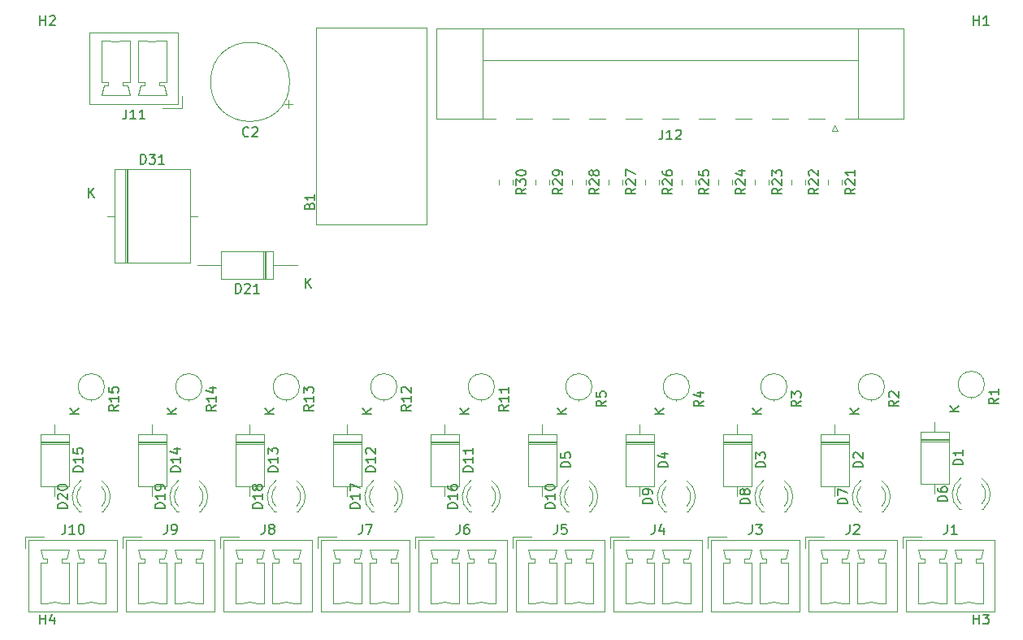
<source format=gbr>
%TF.GenerationSoftware,KiCad,Pcbnew,(5.1.9)-1*%
%TF.CreationDate,2021-03-17T19:06:28+01:00*%
%TF.ProjectId,Nvum_CNC_expander,4e76756d-5f43-44e4-935f-657870616e64,1*%
%TF.SameCoordinates,Original*%
%TF.FileFunction,Legend,Top*%
%TF.FilePolarity,Positive*%
%FSLAX46Y46*%
G04 Gerber Fmt 4.6, Leading zero omitted, Abs format (unit mm)*
G04 Created by KiCad (PCBNEW (5.1.9)-1) date 2021-03-17 19:06:28*
%MOMM*%
%LPD*%
G01*
G04 APERTURE LIST*
%ADD10C,0.120000*%
%ADD11C,0.150000*%
G04 APERTURE END LIST*
D10*
%TO.C,D21*%
X51996000Y-73885400D02*
X51996000Y-70945400D01*
X51996000Y-70945400D02*
X46556000Y-70945400D01*
X46556000Y-70945400D02*
X46556000Y-73885400D01*
X46556000Y-73885400D02*
X51996000Y-73885400D01*
X54486000Y-72415400D02*
X51996000Y-72415400D01*
X44066000Y-72415400D02*
X46556000Y-72415400D01*
X51096000Y-73885400D02*
X51096000Y-70945400D01*
X50976000Y-73885400D02*
X50976000Y-70945400D01*
X51216000Y-73885400D02*
X51216000Y-70945400D01*
%TO.C,D31*%
X36583000Y-62425000D02*
X36583000Y-72195000D01*
X36823000Y-62425000D02*
X36823000Y-72195000D01*
X36703000Y-62425000D02*
X36703000Y-72195000D01*
X44080000Y-67310000D02*
X43300000Y-67310000D01*
X34660000Y-67310000D02*
X35440000Y-67310000D01*
X43300000Y-62425000D02*
X35440000Y-62425000D01*
X43300000Y-72195000D02*
X43300000Y-62425000D01*
X35440000Y-72195000D02*
X43300000Y-72195000D01*
X35440000Y-62425000D02*
X35440000Y-72195000D01*
%TO.C,R30*%
X75465000Y-63542936D02*
X75465000Y-63997064D01*
X76935000Y-63542936D02*
X76935000Y-63997064D01*
%TO.C,R29*%
X79275000Y-63542936D02*
X79275000Y-63997064D01*
X80745000Y-63542936D02*
X80745000Y-63997064D01*
%TO.C,R28*%
X83085000Y-63542936D02*
X83085000Y-63997064D01*
X84555000Y-63542936D02*
X84555000Y-63997064D01*
%TO.C,R27*%
X86895000Y-63542936D02*
X86895000Y-63997064D01*
X88365000Y-63542936D02*
X88365000Y-63997064D01*
%TO.C,R26*%
X90705000Y-63542936D02*
X90705000Y-63997064D01*
X92175000Y-63542936D02*
X92175000Y-63997064D01*
%TO.C,R25*%
X94515000Y-63542936D02*
X94515000Y-63997064D01*
X95985000Y-63542936D02*
X95985000Y-63997064D01*
%TO.C,R24*%
X98325000Y-63542936D02*
X98325000Y-63997064D01*
X99795000Y-63542936D02*
X99795000Y-63997064D01*
%TO.C,R23*%
X102135000Y-63542936D02*
X102135000Y-63997064D01*
X103605000Y-63542936D02*
X103605000Y-63997064D01*
%TO.C,R22*%
X105945000Y-63542936D02*
X105945000Y-63997064D01*
X107415000Y-63542936D02*
X107415000Y-63997064D01*
%TO.C,R21*%
X109755000Y-63542936D02*
X109755000Y-63997064D01*
X111225000Y-63542936D02*
X111225000Y-63997064D01*
%TO.C,R15*%
X34390000Y-85090000D02*
G75*
G03*
X34390000Y-85090000I-1370000J0D01*
G01*
X33020000Y-86460000D02*
X33020000Y-86530000D01*
%TO.C,R14*%
X44550000Y-85090000D02*
G75*
G03*
X44550000Y-85090000I-1370000J0D01*
G01*
X43180000Y-86460000D02*
X43180000Y-86530000D01*
%TO.C,R13*%
X54710000Y-85090000D02*
G75*
G03*
X54710000Y-85090000I-1370000J0D01*
G01*
X53340000Y-86460000D02*
X53340000Y-86530000D01*
%TO.C,R12*%
X64870000Y-85090000D02*
G75*
G03*
X64870000Y-85090000I-1370000J0D01*
G01*
X63500000Y-86460000D02*
X63500000Y-86530000D01*
%TO.C,R11*%
X75030000Y-85090000D02*
G75*
G03*
X75030000Y-85090000I-1370000J0D01*
G01*
X73660000Y-86460000D02*
X73660000Y-86530000D01*
%TO.C,R5*%
X85190000Y-85090000D02*
G75*
G03*
X85190000Y-85090000I-1370000J0D01*
G01*
X83820000Y-86460000D02*
X83820000Y-86530000D01*
%TO.C,R4*%
X95350000Y-85090000D02*
G75*
G03*
X95350000Y-85090000I-1370000J0D01*
G01*
X93980000Y-86460000D02*
X93980000Y-86530000D01*
%TO.C,R3*%
X105510000Y-85090000D02*
G75*
G03*
X105510000Y-85090000I-1370000J0D01*
G01*
X104140000Y-86460000D02*
X104140000Y-86530000D01*
%TO.C,R2*%
X115670000Y-85090000D02*
G75*
G03*
X115670000Y-85090000I-1370000J0D01*
G01*
X114300000Y-86460000D02*
X114300000Y-86530000D01*
%TO.C,R1*%
X126084000Y-84836000D02*
G75*
G03*
X126084000Y-84836000I-1370000J0D01*
G01*
X124714000Y-86206000D02*
X124714000Y-86276000D01*
%TO.C,B1*%
X67980000Y-68170000D02*
X56480000Y-68170000D01*
X67980000Y-47695000D02*
X67980000Y-68170000D01*
X56480000Y-47695000D02*
X67980000Y-47695000D01*
X56480000Y-68170000D02*
X56480000Y-47695000D01*
%TO.C,C2*%
X53579698Y-56055000D02*
X53579698Y-55255000D01*
X53979698Y-55655000D02*
X53179698Y-55655000D01*
X53690000Y-53340000D02*
G75*
G03*
X53690000Y-53340000I-4120000J0D01*
G01*
%TO.C,D1*%
X122374000Y-89736000D02*
X119434000Y-89736000D01*
X119434000Y-89736000D02*
X119434000Y-95176000D01*
X119434000Y-95176000D02*
X122374000Y-95176000D01*
X122374000Y-95176000D02*
X122374000Y-89736000D01*
X120904000Y-88716000D02*
X120904000Y-89736000D01*
X120904000Y-96196000D02*
X120904000Y-95176000D01*
X122374000Y-90636000D02*
X119434000Y-90636000D01*
X122374000Y-90756000D02*
X119434000Y-90756000D01*
X122374000Y-90516000D02*
X119434000Y-90516000D01*
%TO.C,D2*%
X111960000Y-89990000D02*
X109020000Y-89990000D01*
X109020000Y-89990000D02*
X109020000Y-95430000D01*
X109020000Y-95430000D02*
X111960000Y-95430000D01*
X111960000Y-95430000D02*
X111960000Y-89990000D01*
X110490000Y-88970000D02*
X110490000Y-89990000D01*
X110490000Y-96450000D02*
X110490000Y-95430000D01*
X111960000Y-90890000D02*
X109020000Y-90890000D01*
X111960000Y-91010000D02*
X109020000Y-91010000D01*
X111960000Y-90770000D02*
X109020000Y-90770000D01*
%TO.C,D3*%
X101800000Y-89990000D02*
X98860000Y-89990000D01*
X98860000Y-89990000D02*
X98860000Y-95430000D01*
X98860000Y-95430000D02*
X101800000Y-95430000D01*
X101800000Y-95430000D02*
X101800000Y-89990000D01*
X100330000Y-88970000D02*
X100330000Y-89990000D01*
X100330000Y-96450000D02*
X100330000Y-95430000D01*
X101800000Y-90890000D02*
X98860000Y-90890000D01*
X101800000Y-91010000D02*
X98860000Y-91010000D01*
X101800000Y-90770000D02*
X98860000Y-90770000D01*
%TO.C,D4*%
X91640000Y-90770000D02*
X88700000Y-90770000D01*
X91640000Y-91010000D02*
X88700000Y-91010000D01*
X91640000Y-90890000D02*
X88700000Y-90890000D01*
X90170000Y-96450000D02*
X90170000Y-95430000D01*
X90170000Y-88970000D02*
X90170000Y-89990000D01*
X91640000Y-95430000D02*
X91640000Y-89990000D01*
X88700000Y-95430000D02*
X91640000Y-95430000D01*
X88700000Y-89990000D02*
X88700000Y-95430000D01*
X91640000Y-89990000D02*
X88700000Y-89990000D01*
%TO.C,D5*%
X81480000Y-90770000D02*
X78540000Y-90770000D01*
X81480000Y-91010000D02*
X78540000Y-91010000D01*
X81480000Y-90890000D02*
X78540000Y-90890000D01*
X80010000Y-96450000D02*
X80010000Y-95430000D01*
X80010000Y-88970000D02*
X80010000Y-89990000D01*
X81480000Y-95430000D02*
X81480000Y-89990000D01*
X78540000Y-95430000D02*
X81480000Y-95430000D01*
X78540000Y-89990000D02*
X78540000Y-95430000D01*
X81480000Y-89990000D02*
X78540000Y-89990000D01*
%TO.C,D6*%
X123478000Y-97826000D02*
X123634000Y-97826000D01*
X125794000Y-97826000D02*
X125950000Y-97826000D01*
X125793837Y-95224870D02*
G75*
G02*
X125794000Y-97306961I-1079837J-1041130D01*
G01*
X123634163Y-95224870D02*
G75*
G03*
X123634000Y-97306961I1079837J-1041130D01*
G01*
X125792608Y-94593665D02*
G75*
G02*
X125949516Y-97826000I-1078608J-1672335D01*
G01*
X123635392Y-94593665D02*
G75*
G03*
X123478484Y-97826000I1078608J-1672335D01*
G01*
%TO.C,D7*%
X115380000Y-98080000D02*
X115536000Y-98080000D01*
X113064000Y-98080000D02*
X113220000Y-98080000D01*
X113221392Y-94847665D02*
G75*
G03*
X113064484Y-98080000I1078608J-1672335D01*
G01*
X115378608Y-94847665D02*
G75*
G02*
X115535516Y-98080000I-1078608J-1672335D01*
G01*
X113220163Y-95478870D02*
G75*
G03*
X113220000Y-97560961I1079837J-1041130D01*
G01*
X115379837Y-95478870D02*
G75*
G02*
X115380000Y-97560961I-1079837J-1041130D01*
G01*
%TO.C,D8*%
X102904000Y-98080000D02*
X103060000Y-98080000D01*
X105220000Y-98080000D02*
X105376000Y-98080000D01*
X105219837Y-95478870D02*
G75*
G02*
X105220000Y-97560961I-1079837J-1041130D01*
G01*
X103060163Y-95478870D02*
G75*
G03*
X103060000Y-97560961I1079837J-1041130D01*
G01*
X105218608Y-94847665D02*
G75*
G02*
X105375516Y-98080000I-1078608J-1672335D01*
G01*
X103061392Y-94847665D02*
G75*
G03*
X102904484Y-98080000I1078608J-1672335D01*
G01*
%TO.C,D9*%
X95060000Y-98080000D02*
X95216000Y-98080000D01*
X92744000Y-98080000D02*
X92900000Y-98080000D01*
X92901392Y-94847665D02*
G75*
G03*
X92744484Y-98080000I1078608J-1672335D01*
G01*
X95058608Y-94847665D02*
G75*
G02*
X95215516Y-98080000I-1078608J-1672335D01*
G01*
X92900163Y-95478870D02*
G75*
G03*
X92900000Y-97560961I1079837J-1041130D01*
G01*
X95059837Y-95478870D02*
G75*
G02*
X95060000Y-97560961I-1079837J-1041130D01*
G01*
%TO.C,D10*%
X82584000Y-98080000D02*
X82740000Y-98080000D01*
X84900000Y-98080000D02*
X85056000Y-98080000D01*
X84899837Y-95478870D02*
G75*
G02*
X84900000Y-97560961I-1079837J-1041130D01*
G01*
X82740163Y-95478870D02*
G75*
G03*
X82740000Y-97560961I1079837J-1041130D01*
G01*
X84898608Y-94847665D02*
G75*
G02*
X85055516Y-98080000I-1078608J-1672335D01*
G01*
X82741392Y-94847665D02*
G75*
G03*
X82584484Y-98080000I1078608J-1672335D01*
G01*
%TO.C,D11*%
X71320000Y-89990000D02*
X68380000Y-89990000D01*
X68380000Y-89990000D02*
X68380000Y-95430000D01*
X68380000Y-95430000D02*
X71320000Y-95430000D01*
X71320000Y-95430000D02*
X71320000Y-89990000D01*
X69850000Y-88970000D02*
X69850000Y-89990000D01*
X69850000Y-96450000D02*
X69850000Y-95430000D01*
X71320000Y-90890000D02*
X68380000Y-90890000D01*
X71320000Y-91010000D02*
X68380000Y-91010000D01*
X71320000Y-90770000D02*
X68380000Y-90770000D01*
%TO.C,D12*%
X61160000Y-89990000D02*
X58220000Y-89990000D01*
X58220000Y-89990000D02*
X58220000Y-95430000D01*
X58220000Y-95430000D02*
X61160000Y-95430000D01*
X61160000Y-95430000D02*
X61160000Y-89990000D01*
X59690000Y-88970000D02*
X59690000Y-89990000D01*
X59690000Y-96450000D02*
X59690000Y-95430000D01*
X61160000Y-90890000D02*
X58220000Y-90890000D01*
X61160000Y-91010000D02*
X58220000Y-91010000D01*
X61160000Y-90770000D02*
X58220000Y-90770000D01*
%TO.C,D13*%
X51000000Y-90770000D02*
X48060000Y-90770000D01*
X51000000Y-91010000D02*
X48060000Y-91010000D01*
X51000000Y-90890000D02*
X48060000Y-90890000D01*
X49530000Y-96450000D02*
X49530000Y-95430000D01*
X49530000Y-88970000D02*
X49530000Y-89990000D01*
X51000000Y-95430000D02*
X51000000Y-89990000D01*
X48060000Y-95430000D02*
X51000000Y-95430000D01*
X48060000Y-89990000D02*
X48060000Y-95430000D01*
X51000000Y-89990000D02*
X48060000Y-89990000D01*
%TO.C,D14*%
X40840000Y-90770000D02*
X37900000Y-90770000D01*
X40840000Y-91010000D02*
X37900000Y-91010000D01*
X40840000Y-90890000D02*
X37900000Y-90890000D01*
X39370000Y-96450000D02*
X39370000Y-95430000D01*
X39370000Y-88970000D02*
X39370000Y-89990000D01*
X40840000Y-95430000D02*
X40840000Y-89990000D01*
X37900000Y-95430000D02*
X40840000Y-95430000D01*
X37900000Y-89990000D02*
X37900000Y-95430000D01*
X40840000Y-89990000D02*
X37900000Y-89990000D01*
%TO.C,D15*%
X30680000Y-89990000D02*
X27740000Y-89990000D01*
X27740000Y-89990000D02*
X27740000Y-95430000D01*
X27740000Y-95430000D02*
X30680000Y-95430000D01*
X30680000Y-95430000D02*
X30680000Y-89990000D01*
X29210000Y-88970000D02*
X29210000Y-89990000D01*
X29210000Y-96450000D02*
X29210000Y-95430000D01*
X30680000Y-90890000D02*
X27740000Y-90890000D01*
X30680000Y-91010000D02*
X27740000Y-91010000D01*
X30680000Y-90770000D02*
X27740000Y-90770000D01*
%TO.C,D16*%
X72424000Y-98080000D02*
X72580000Y-98080000D01*
X74740000Y-98080000D02*
X74896000Y-98080000D01*
X74739837Y-95478870D02*
G75*
G02*
X74740000Y-97560961I-1079837J-1041130D01*
G01*
X72580163Y-95478870D02*
G75*
G03*
X72580000Y-97560961I1079837J-1041130D01*
G01*
X74738608Y-94847665D02*
G75*
G02*
X74895516Y-98080000I-1078608J-1672335D01*
G01*
X72581392Y-94847665D02*
G75*
G03*
X72424484Y-98080000I1078608J-1672335D01*
G01*
%TO.C,D17*%
X64580000Y-98080000D02*
X64736000Y-98080000D01*
X62264000Y-98080000D02*
X62420000Y-98080000D01*
X62421392Y-94847665D02*
G75*
G03*
X62264484Y-98080000I1078608J-1672335D01*
G01*
X64578608Y-94847665D02*
G75*
G02*
X64735516Y-98080000I-1078608J-1672335D01*
G01*
X62420163Y-95478870D02*
G75*
G03*
X62420000Y-97560961I1079837J-1041130D01*
G01*
X64579837Y-95478870D02*
G75*
G02*
X64580000Y-97560961I-1079837J-1041130D01*
G01*
%TO.C,D18*%
X54420000Y-98080000D02*
X54576000Y-98080000D01*
X52104000Y-98080000D02*
X52260000Y-98080000D01*
X52261392Y-94847665D02*
G75*
G03*
X52104484Y-98080000I1078608J-1672335D01*
G01*
X54418608Y-94847665D02*
G75*
G02*
X54575516Y-98080000I-1078608J-1672335D01*
G01*
X52260163Y-95478870D02*
G75*
G03*
X52260000Y-97560961I1079837J-1041130D01*
G01*
X54419837Y-95478870D02*
G75*
G02*
X54420000Y-97560961I-1079837J-1041130D01*
G01*
%TO.C,D19*%
X44260000Y-98080000D02*
X44416000Y-98080000D01*
X41944000Y-98080000D02*
X42100000Y-98080000D01*
X42101392Y-94847665D02*
G75*
G03*
X41944484Y-98080000I1078608J-1672335D01*
G01*
X44258608Y-94847665D02*
G75*
G02*
X44415516Y-98080000I-1078608J-1672335D01*
G01*
X42100163Y-95478870D02*
G75*
G03*
X42100000Y-97560961I1079837J-1041130D01*
G01*
X44259837Y-95478870D02*
G75*
G02*
X44260000Y-97560961I-1079837J-1041130D01*
G01*
%TO.C,D20*%
X31784000Y-98080000D02*
X31940000Y-98080000D01*
X34100000Y-98080000D02*
X34256000Y-98080000D01*
X34099837Y-95478870D02*
G75*
G02*
X34100000Y-97560961I-1079837J-1041130D01*
G01*
X31940163Y-95478870D02*
G75*
G03*
X31940000Y-97560961I1079837J-1041130D01*
G01*
X34098608Y-94847665D02*
G75*
G02*
X34255516Y-98080000I-1078608J-1672335D01*
G01*
X31941392Y-94847665D02*
G75*
G03*
X31784484Y-98080000I1078608J-1672335D01*
G01*
%TO.C,J1*%
X117550000Y-100660000D02*
X119550000Y-100660000D01*
X117550000Y-101910000D02*
X117550000Y-100660000D01*
X125960000Y-107660000D02*
X125210000Y-107660000D01*
X125960000Y-103360000D02*
X125960000Y-107660000D01*
X125210000Y-103360000D02*
X125960000Y-103360000D01*
X125210000Y-103010000D02*
X125210000Y-103360000D01*
X125710000Y-103010000D02*
X125210000Y-103010000D01*
X125960000Y-102010000D02*
X125710000Y-103010000D01*
X122960000Y-102010000D02*
X125960000Y-102010000D01*
X123210000Y-103010000D02*
X122960000Y-102010000D01*
X123710000Y-103010000D02*
X123210000Y-103010000D01*
X123710000Y-103360000D02*
X123710000Y-103010000D01*
X122960000Y-103360000D02*
X123710000Y-103360000D01*
X122960000Y-107660000D02*
X122960000Y-103360000D01*
X123710000Y-107660000D02*
X122960000Y-107660000D01*
X122150000Y-107660000D02*
X121400000Y-107660000D01*
X122150000Y-103360000D02*
X122150000Y-107660000D01*
X121400000Y-103360000D02*
X122150000Y-103360000D01*
X121400000Y-103010000D02*
X121400000Y-103360000D01*
X121900000Y-103010000D02*
X121400000Y-103010000D01*
X122150000Y-102010000D02*
X121900000Y-103010000D01*
X119150000Y-102010000D02*
X122150000Y-102010000D01*
X119400000Y-103010000D02*
X119150000Y-102010000D01*
X119900000Y-103010000D02*
X119400000Y-103010000D01*
X119900000Y-103360000D02*
X119900000Y-103010000D01*
X119150000Y-103360000D02*
X119900000Y-103360000D01*
X119150000Y-107660000D02*
X119150000Y-103360000D01*
X119900000Y-107660000D02*
X119150000Y-107660000D01*
X127170000Y-101050000D02*
X117940000Y-101050000D01*
X127170000Y-108520000D02*
X127170000Y-101050000D01*
X117940000Y-108520000D02*
X127170000Y-108520000D01*
X117940000Y-101050000D02*
X117940000Y-108520000D01*
X121399647Y-107659845D02*
G75*
G03*
X119900000Y-107660000I-749647J-1700155D01*
G01*
X125209647Y-107659845D02*
G75*
G03*
X123710000Y-107660000I-749647J-1700155D01*
G01*
%TO.C,J2*%
X107780000Y-101050000D02*
X107780000Y-108520000D01*
X107780000Y-108520000D02*
X117010000Y-108520000D01*
X117010000Y-108520000D02*
X117010000Y-101050000D01*
X117010000Y-101050000D02*
X107780000Y-101050000D01*
X109740000Y-107660000D02*
X108990000Y-107660000D01*
X108990000Y-107660000D02*
X108990000Y-103360000D01*
X108990000Y-103360000D02*
X109740000Y-103360000D01*
X109740000Y-103360000D02*
X109740000Y-103010000D01*
X109740000Y-103010000D02*
X109240000Y-103010000D01*
X109240000Y-103010000D02*
X108990000Y-102010000D01*
X108990000Y-102010000D02*
X111990000Y-102010000D01*
X111990000Y-102010000D02*
X111740000Y-103010000D01*
X111740000Y-103010000D02*
X111240000Y-103010000D01*
X111240000Y-103010000D02*
X111240000Y-103360000D01*
X111240000Y-103360000D02*
X111990000Y-103360000D01*
X111990000Y-103360000D02*
X111990000Y-107660000D01*
X111990000Y-107660000D02*
X111240000Y-107660000D01*
X113550000Y-107660000D02*
X112800000Y-107660000D01*
X112800000Y-107660000D02*
X112800000Y-103360000D01*
X112800000Y-103360000D02*
X113550000Y-103360000D01*
X113550000Y-103360000D02*
X113550000Y-103010000D01*
X113550000Y-103010000D02*
X113050000Y-103010000D01*
X113050000Y-103010000D02*
X112800000Y-102010000D01*
X112800000Y-102010000D02*
X115800000Y-102010000D01*
X115800000Y-102010000D02*
X115550000Y-103010000D01*
X115550000Y-103010000D02*
X115050000Y-103010000D01*
X115050000Y-103010000D02*
X115050000Y-103360000D01*
X115050000Y-103360000D02*
X115800000Y-103360000D01*
X115800000Y-103360000D02*
X115800000Y-107660000D01*
X115800000Y-107660000D02*
X115050000Y-107660000D01*
X107390000Y-101910000D02*
X107390000Y-100660000D01*
X107390000Y-100660000D02*
X109390000Y-100660000D01*
X115049647Y-107659845D02*
G75*
G03*
X113550000Y-107660000I-749647J-1700155D01*
G01*
X111239647Y-107659845D02*
G75*
G03*
X109740000Y-107660000I-749647J-1700155D01*
G01*
%TO.C,J3*%
X97620000Y-101050000D02*
X97620000Y-108520000D01*
X97620000Y-108520000D02*
X106850000Y-108520000D01*
X106850000Y-108520000D02*
X106850000Y-101050000D01*
X106850000Y-101050000D02*
X97620000Y-101050000D01*
X99580000Y-107660000D02*
X98830000Y-107660000D01*
X98830000Y-107660000D02*
X98830000Y-103360000D01*
X98830000Y-103360000D02*
X99580000Y-103360000D01*
X99580000Y-103360000D02*
X99580000Y-103010000D01*
X99580000Y-103010000D02*
X99080000Y-103010000D01*
X99080000Y-103010000D02*
X98830000Y-102010000D01*
X98830000Y-102010000D02*
X101830000Y-102010000D01*
X101830000Y-102010000D02*
X101580000Y-103010000D01*
X101580000Y-103010000D02*
X101080000Y-103010000D01*
X101080000Y-103010000D02*
X101080000Y-103360000D01*
X101080000Y-103360000D02*
X101830000Y-103360000D01*
X101830000Y-103360000D02*
X101830000Y-107660000D01*
X101830000Y-107660000D02*
X101080000Y-107660000D01*
X103390000Y-107660000D02*
X102640000Y-107660000D01*
X102640000Y-107660000D02*
X102640000Y-103360000D01*
X102640000Y-103360000D02*
X103390000Y-103360000D01*
X103390000Y-103360000D02*
X103390000Y-103010000D01*
X103390000Y-103010000D02*
X102890000Y-103010000D01*
X102890000Y-103010000D02*
X102640000Y-102010000D01*
X102640000Y-102010000D02*
X105640000Y-102010000D01*
X105640000Y-102010000D02*
X105390000Y-103010000D01*
X105390000Y-103010000D02*
X104890000Y-103010000D01*
X104890000Y-103010000D02*
X104890000Y-103360000D01*
X104890000Y-103360000D02*
X105640000Y-103360000D01*
X105640000Y-103360000D02*
X105640000Y-107660000D01*
X105640000Y-107660000D02*
X104890000Y-107660000D01*
X97230000Y-101910000D02*
X97230000Y-100660000D01*
X97230000Y-100660000D02*
X99230000Y-100660000D01*
X104889647Y-107659845D02*
G75*
G03*
X103390000Y-107660000I-749647J-1700155D01*
G01*
X101079647Y-107659845D02*
G75*
G03*
X99580000Y-107660000I-749647J-1700155D01*
G01*
%TO.C,J4*%
X87460000Y-101050000D02*
X87460000Y-108520000D01*
X87460000Y-108520000D02*
X96690000Y-108520000D01*
X96690000Y-108520000D02*
X96690000Y-101050000D01*
X96690000Y-101050000D02*
X87460000Y-101050000D01*
X89420000Y-107660000D02*
X88670000Y-107660000D01*
X88670000Y-107660000D02*
X88670000Y-103360000D01*
X88670000Y-103360000D02*
X89420000Y-103360000D01*
X89420000Y-103360000D02*
X89420000Y-103010000D01*
X89420000Y-103010000D02*
X88920000Y-103010000D01*
X88920000Y-103010000D02*
X88670000Y-102010000D01*
X88670000Y-102010000D02*
X91670000Y-102010000D01*
X91670000Y-102010000D02*
X91420000Y-103010000D01*
X91420000Y-103010000D02*
X90920000Y-103010000D01*
X90920000Y-103010000D02*
X90920000Y-103360000D01*
X90920000Y-103360000D02*
X91670000Y-103360000D01*
X91670000Y-103360000D02*
X91670000Y-107660000D01*
X91670000Y-107660000D02*
X90920000Y-107660000D01*
X93230000Y-107660000D02*
X92480000Y-107660000D01*
X92480000Y-107660000D02*
X92480000Y-103360000D01*
X92480000Y-103360000D02*
X93230000Y-103360000D01*
X93230000Y-103360000D02*
X93230000Y-103010000D01*
X93230000Y-103010000D02*
X92730000Y-103010000D01*
X92730000Y-103010000D02*
X92480000Y-102010000D01*
X92480000Y-102010000D02*
X95480000Y-102010000D01*
X95480000Y-102010000D02*
X95230000Y-103010000D01*
X95230000Y-103010000D02*
X94730000Y-103010000D01*
X94730000Y-103010000D02*
X94730000Y-103360000D01*
X94730000Y-103360000D02*
X95480000Y-103360000D01*
X95480000Y-103360000D02*
X95480000Y-107660000D01*
X95480000Y-107660000D02*
X94730000Y-107660000D01*
X87070000Y-101910000D02*
X87070000Y-100660000D01*
X87070000Y-100660000D02*
X89070000Y-100660000D01*
X94729647Y-107659845D02*
G75*
G03*
X93230000Y-107660000I-749647J-1700155D01*
G01*
X90919647Y-107659845D02*
G75*
G03*
X89420000Y-107660000I-749647J-1700155D01*
G01*
%TO.C,J5*%
X76910000Y-100660000D02*
X78910000Y-100660000D01*
X76910000Y-101910000D02*
X76910000Y-100660000D01*
X85320000Y-107660000D02*
X84570000Y-107660000D01*
X85320000Y-103360000D02*
X85320000Y-107660000D01*
X84570000Y-103360000D02*
X85320000Y-103360000D01*
X84570000Y-103010000D02*
X84570000Y-103360000D01*
X85070000Y-103010000D02*
X84570000Y-103010000D01*
X85320000Y-102010000D02*
X85070000Y-103010000D01*
X82320000Y-102010000D02*
X85320000Y-102010000D01*
X82570000Y-103010000D02*
X82320000Y-102010000D01*
X83070000Y-103010000D02*
X82570000Y-103010000D01*
X83070000Y-103360000D02*
X83070000Y-103010000D01*
X82320000Y-103360000D02*
X83070000Y-103360000D01*
X82320000Y-107660000D02*
X82320000Y-103360000D01*
X83070000Y-107660000D02*
X82320000Y-107660000D01*
X81510000Y-107660000D02*
X80760000Y-107660000D01*
X81510000Y-103360000D02*
X81510000Y-107660000D01*
X80760000Y-103360000D02*
X81510000Y-103360000D01*
X80760000Y-103010000D02*
X80760000Y-103360000D01*
X81260000Y-103010000D02*
X80760000Y-103010000D01*
X81510000Y-102010000D02*
X81260000Y-103010000D01*
X78510000Y-102010000D02*
X81510000Y-102010000D01*
X78760000Y-103010000D02*
X78510000Y-102010000D01*
X79260000Y-103010000D02*
X78760000Y-103010000D01*
X79260000Y-103360000D02*
X79260000Y-103010000D01*
X78510000Y-103360000D02*
X79260000Y-103360000D01*
X78510000Y-107660000D02*
X78510000Y-103360000D01*
X79260000Y-107660000D02*
X78510000Y-107660000D01*
X86530000Y-101050000D02*
X77300000Y-101050000D01*
X86530000Y-108520000D02*
X86530000Y-101050000D01*
X77300000Y-108520000D02*
X86530000Y-108520000D01*
X77300000Y-101050000D02*
X77300000Y-108520000D01*
X80759647Y-107659845D02*
G75*
G03*
X79260000Y-107660000I-749647J-1700155D01*
G01*
X84569647Y-107659845D02*
G75*
G03*
X83070000Y-107660000I-749647J-1700155D01*
G01*
%TO.C,J6*%
X67140000Y-101050000D02*
X67140000Y-108520000D01*
X67140000Y-108520000D02*
X76370000Y-108520000D01*
X76370000Y-108520000D02*
X76370000Y-101050000D01*
X76370000Y-101050000D02*
X67140000Y-101050000D01*
X69100000Y-107660000D02*
X68350000Y-107660000D01*
X68350000Y-107660000D02*
X68350000Y-103360000D01*
X68350000Y-103360000D02*
X69100000Y-103360000D01*
X69100000Y-103360000D02*
X69100000Y-103010000D01*
X69100000Y-103010000D02*
X68600000Y-103010000D01*
X68600000Y-103010000D02*
X68350000Y-102010000D01*
X68350000Y-102010000D02*
X71350000Y-102010000D01*
X71350000Y-102010000D02*
X71100000Y-103010000D01*
X71100000Y-103010000D02*
X70600000Y-103010000D01*
X70600000Y-103010000D02*
X70600000Y-103360000D01*
X70600000Y-103360000D02*
X71350000Y-103360000D01*
X71350000Y-103360000D02*
X71350000Y-107660000D01*
X71350000Y-107660000D02*
X70600000Y-107660000D01*
X72910000Y-107660000D02*
X72160000Y-107660000D01*
X72160000Y-107660000D02*
X72160000Y-103360000D01*
X72160000Y-103360000D02*
X72910000Y-103360000D01*
X72910000Y-103360000D02*
X72910000Y-103010000D01*
X72910000Y-103010000D02*
X72410000Y-103010000D01*
X72410000Y-103010000D02*
X72160000Y-102010000D01*
X72160000Y-102010000D02*
X75160000Y-102010000D01*
X75160000Y-102010000D02*
X74910000Y-103010000D01*
X74910000Y-103010000D02*
X74410000Y-103010000D01*
X74410000Y-103010000D02*
X74410000Y-103360000D01*
X74410000Y-103360000D02*
X75160000Y-103360000D01*
X75160000Y-103360000D02*
X75160000Y-107660000D01*
X75160000Y-107660000D02*
X74410000Y-107660000D01*
X66750000Y-101910000D02*
X66750000Y-100660000D01*
X66750000Y-100660000D02*
X68750000Y-100660000D01*
X74409647Y-107659845D02*
G75*
G03*
X72910000Y-107660000I-749647J-1700155D01*
G01*
X70599647Y-107659845D02*
G75*
G03*
X69100000Y-107660000I-749647J-1700155D01*
G01*
%TO.C,J7*%
X56590000Y-100660000D02*
X58590000Y-100660000D01*
X56590000Y-101910000D02*
X56590000Y-100660000D01*
X65000000Y-107660000D02*
X64250000Y-107660000D01*
X65000000Y-103360000D02*
X65000000Y-107660000D01*
X64250000Y-103360000D02*
X65000000Y-103360000D01*
X64250000Y-103010000D02*
X64250000Y-103360000D01*
X64750000Y-103010000D02*
X64250000Y-103010000D01*
X65000000Y-102010000D02*
X64750000Y-103010000D01*
X62000000Y-102010000D02*
X65000000Y-102010000D01*
X62250000Y-103010000D02*
X62000000Y-102010000D01*
X62750000Y-103010000D02*
X62250000Y-103010000D01*
X62750000Y-103360000D02*
X62750000Y-103010000D01*
X62000000Y-103360000D02*
X62750000Y-103360000D01*
X62000000Y-107660000D02*
X62000000Y-103360000D01*
X62750000Y-107660000D02*
X62000000Y-107660000D01*
X61190000Y-107660000D02*
X60440000Y-107660000D01*
X61190000Y-103360000D02*
X61190000Y-107660000D01*
X60440000Y-103360000D02*
X61190000Y-103360000D01*
X60440000Y-103010000D02*
X60440000Y-103360000D01*
X60940000Y-103010000D02*
X60440000Y-103010000D01*
X61190000Y-102010000D02*
X60940000Y-103010000D01*
X58190000Y-102010000D02*
X61190000Y-102010000D01*
X58440000Y-103010000D02*
X58190000Y-102010000D01*
X58940000Y-103010000D02*
X58440000Y-103010000D01*
X58940000Y-103360000D02*
X58940000Y-103010000D01*
X58190000Y-103360000D02*
X58940000Y-103360000D01*
X58190000Y-107660000D02*
X58190000Y-103360000D01*
X58940000Y-107660000D02*
X58190000Y-107660000D01*
X66210000Y-101050000D02*
X56980000Y-101050000D01*
X66210000Y-108520000D02*
X66210000Y-101050000D01*
X56980000Y-108520000D02*
X66210000Y-108520000D01*
X56980000Y-101050000D02*
X56980000Y-108520000D01*
X60439647Y-107659845D02*
G75*
G03*
X58940000Y-107660000I-749647J-1700155D01*
G01*
X64249647Y-107659845D02*
G75*
G03*
X62750000Y-107660000I-749647J-1700155D01*
G01*
%TO.C,J8*%
X46430000Y-100660000D02*
X48430000Y-100660000D01*
X46430000Y-101910000D02*
X46430000Y-100660000D01*
X54840000Y-107660000D02*
X54090000Y-107660000D01*
X54840000Y-103360000D02*
X54840000Y-107660000D01*
X54090000Y-103360000D02*
X54840000Y-103360000D01*
X54090000Y-103010000D02*
X54090000Y-103360000D01*
X54590000Y-103010000D02*
X54090000Y-103010000D01*
X54840000Y-102010000D02*
X54590000Y-103010000D01*
X51840000Y-102010000D02*
X54840000Y-102010000D01*
X52090000Y-103010000D02*
X51840000Y-102010000D01*
X52590000Y-103010000D02*
X52090000Y-103010000D01*
X52590000Y-103360000D02*
X52590000Y-103010000D01*
X51840000Y-103360000D02*
X52590000Y-103360000D01*
X51840000Y-107660000D02*
X51840000Y-103360000D01*
X52590000Y-107660000D02*
X51840000Y-107660000D01*
X51030000Y-107660000D02*
X50280000Y-107660000D01*
X51030000Y-103360000D02*
X51030000Y-107660000D01*
X50280000Y-103360000D02*
X51030000Y-103360000D01*
X50280000Y-103010000D02*
X50280000Y-103360000D01*
X50780000Y-103010000D02*
X50280000Y-103010000D01*
X51030000Y-102010000D02*
X50780000Y-103010000D01*
X48030000Y-102010000D02*
X51030000Y-102010000D01*
X48280000Y-103010000D02*
X48030000Y-102010000D01*
X48780000Y-103010000D02*
X48280000Y-103010000D01*
X48780000Y-103360000D02*
X48780000Y-103010000D01*
X48030000Y-103360000D02*
X48780000Y-103360000D01*
X48030000Y-107660000D02*
X48030000Y-103360000D01*
X48780000Y-107660000D02*
X48030000Y-107660000D01*
X56050000Y-101050000D02*
X46820000Y-101050000D01*
X56050000Y-108520000D02*
X56050000Y-101050000D01*
X46820000Y-108520000D02*
X56050000Y-108520000D01*
X46820000Y-101050000D02*
X46820000Y-108520000D01*
X50279647Y-107659845D02*
G75*
G03*
X48780000Y-107660000I-749647J-1700155D01*
G01*
X54089647Y-107659845D02*
G75*
G03*
X52590000Y-107660000I-749647J-1700155D01*
G01*
%TO.C,J9*%
X36270000Y-100660000D02*
X38270000Y-100660000D01*
X36270000Y-101910000D02*
X36270000Y-100660000D01*
X44680000Y-107660000D02*
X43930000Y-107660000D01*
X44680000Y-103360000D02*
X44680000Y-107660000D01*
X43930000Y-103360000D02*
X44680000Y-103360000D01*
X43930000Y-103010000D02*
X43930000Y-103360000D01*
X44430000Y-103010000D02*
X43930000Y-103010000D01*
X44680000Y-102010000D02*
X44430000Y-103010000D01*
X41680000Y-102010000D02*
X44680000Y-102010000D01*
X41930000Y-103010000D02*
X41680000Y-102010000D01*
X42430000Y-103010000D02*
X41930000Y-103010000D01*
X42430000Y-103360000D02*
X42430000Y-103010000D01*
X41680000Y-103360000D02*
X42430000Y-103360000D01*
X41680000Y-107660000D02*
X41680000Y-103360000D01*
X42430000Y-107660000D02*
X41680000Y-107660000D01*
X40870000Y-107660000D02*
X40120000Y-107660000D01*
X40870000Y-103360000D02*
X40870000Y-107660000D01*
X40120000Y-103360000D02*
X40870000Y-103360000D01*
X40120000Y-103010000D02*
X40120000Y-103360000D01*
X40620000Y-103010000D02*
X40120000Y-103010000D01*
X40870000Y-102010000D02*
X40620000Y-103010000D01*
X37870000Y-102010000D02*
X40870000Y-102010000D01*
X38120000Y-103010000D02*
X37870000Y-102010000D01*
X38620000Y-103010000D02*
X38120000Y-103010000D01*
X38620000Y-103360000D02*
X38620000Y-103010000D01*
X37870000Y-103360000D02*
X38620000Y-103360000D01*
X37870000Y-107660000D02*
X37870000Y-103360000D01*
X38620000Y-107660000D02*
X37870000Y-107660000D01*
X45890000Y-101050000D02*
X36660000Y-101050000D01*
X45890000Y-108520000D02*
X45890000Y-101050000D01*
X36660000Y-108520000D02*
X45890000Y-108520000D01*
X36660000Y-101050000D02*
X36660000Y-108520000D01*
X40119647Y-107659845D02*
G75*
G03*
X38620000Y-107660000I-749647J-1700155D01*
G01*
X43929647Y-107659845D02*
G75*
G03*
X42430000Y-107660000I-749647J-1700155D01*
G01*
%TO.C,J10*%
X26500000Y-101050000D02*
X26500000Y-108520000D01*
X26500000Y-108520000D02*
X35730000Y-108520000D01*
X35730000Y-108520000D02*
X35730000Y-101050000D01*
X35730000Y-101050000D02*
X26500000Y-101050000D01*
X28460000Y-107660000D02*
X27710000Y-107660000D01*
X27710000Y-107660000D02*
X27710000Y-103360000D01*
X27710000Y-103360000D02*
X28460000Y-103360000D01*
X28460000Y-103360000D02*
X28460000Y-103010000D01*
X28460000Y-103010000D02*
X27960000Y-103010000D01*
X27960000Y-103010000D02*
X27710000Y-102010000D01*
X27710000Y-102010000D02*
X30710000Y-102010000D01*
X30710000Y-102010000D02*
X30460000Y-103010000D01*
X30460000Y-103010000D02*
X29960000Y-103010000D01*
X29960000Y-103010000D02*
X29960000Y-103360000D01*
X29960000Y-103360000D02*
X30710000Y-103360000D01*
X30710000Y-103360000D02*
X30710000Y-107660000D01*
X30710000Y-107660000D02*
X29960000Y-107660000D01*
X32270000Y-107660000D02*
X31520000Y-107660000D01*
X31520000Y-107660000D02*
X31520000Y-103360000D01*
X31520000Y-103360000D02*
X32270000Y-103360000D01*
X32270000Y-103360000D02*
X32270000Y-103010000D01*
X32270000Y-103010000D02*
X31770000Y-103010000D01*
X31770000Y-103010000D02*
X31520000Y-102010000D01*
X31520000Y-102010000D02*
X34520000Y-102010000D01*
X34520000Y-102010000D02*
X34270000Y-103010000D01*
X34270000Y-103010000D02*
X33770000Y-103010000D01*
X33770000Y-103010000D02*
X33770000Y-103360000D01*
X33770000Y-103360000D02*
X34520000Y-103360000D01*
X34520000Y-103360000D02*
X34520000Y-107660000D01*
X34520000Y-107660000D02*
X33770000Y-107660000D01*
X26110000Y-101910000D02*
X26110000Y-100660000D01*
X26110000Y-100660000D02*
X28110000Y-100660000D01*
X33769647Y-107659845D02*
G75*
G03*
X32270000Y-107660000I-749647J-1700155D01*
G01*
X29959647Y-107659845D02*
G75*
G03*
X28460000Y-107660000I-749647J-1700155D01*
G01*
%TO.C,J11*%
X42470000Y-56058000D02*
X40470000Y-56058000D01*
X42470000Y-54808000D02*
X42470000Y-56058000D01*
X34060000Y-49058000D02*
X34810000Y-49058000D01*
X34060000Y-53358000D02*
X34060000Y-49058000D01*
X34810000Y-53358000D02*
X34060000Y-53358000D01*
X34810000Y-53708000D02*
X34810000Y-53358000D01*
X34310000Y-53708000D02*
X34810000Y-53708000D01*
X34060000Y-54708000D02*
X34310000Y-53708000D01*
X37060000Y-54708000D02*
X34060000Y-54708000D01*
X36810000Y-53708000D02*
X37060000Y-54708000D01*
X36310000Y-53708000D02*
X36810000Y-53708000D01*
X36310000Y-53358000D02*
X36310000Y-53708000D01*
X37060000Y-53358000D02*
X36310000Y-53358000D01*
X37060000Y-49058000D02*
X37060000Y-53358000D01*
X36310000Y-49058000D02*
X37060000Y-49058000D01*
X37870000Y-49058000D02*
X38620000Y-49058000D01*
X37870000Y-53358000D02*
X37870000Y-49058000D01*
X38620000Y-53358000D02*
X37870000Y-53358000D01*
X38620000Y-53708000D02*
X38620000Y-53358000D01*
X38120000Y-53708000D02*
X38620000Y-53708000D01*
X37870000Y-54708000D02*
X38120000Y-53708000D01*
X40870000Y-54708000D02*
X37870000Y-54708000D01*
X40620000Y-53708000D02*
X40870000Y-54708000D01*
X40120000Y-53708000D02*
X40620000Y-53708000D01*
X40120000Y-53358000D02*
X40120000Y-53708000D01*
X40870000Y-53358000D02*
X40120000Y-53358000D01*
X40870000Y-49058000D02*
X40870000Y-53358000D01*
X40120000Y-49058000D02*
X40870000Y-49058000D01*
X32850000Y-55668000D02*
X42080000Y-55668000D01*
X32850000Y-48198000D02*
X32850000Y-55668000D01*
X42080000Y-48198000D02*
X32850000Y-48198000D01*
X42080000Y-55668000D02*
X42080000Y-48198000D01*
X38620353Y-49058155D02*
G75*
G03*
X40120000Y-49058000I749647J1700155D01*
G01*
X34810353Y-49058155D02*
G75*
G03*
X36310000Y-49058000I749647J1700155D01*
G01*
%TO.C,J12*%
X110790000Y-58480000D02*
X110190000Y-58480000D01*
X110490000Y-57880000D02*
X110790000Y-58480000D01*
X110190000Y-58480000D02*
X110490000Y-57880000D01*
X73790000Y-57190000D02*
X73790000Y-47770000D01*
X112900000Y-57190000D02*
X112900000Y-47770000D01*
X112900000Y-51080000D02*
X73790000Y-51080000D01*
X78960000Y-57190000D02*
X77250000Y-57190000D01*
X82770000Y-57190000D02*
X81060000Y-57190000D01*
X86580000Y-57190000D02*
X84870000Y-57190000D01*
X90390000Y-57190000D02*
X88680000Y-57190000D01*
X94200000Y-57190000D02*
X92490000Y-57190000D01*
X98010000Y-57190000D02*
X96300000Y-57190000D01*
X101820000Y-57190000D02*
X100110000Y-57190000D01*
X105630000Y-57190000D02*
X103920000Y-57190000D01*
X109440000Y-57190000D02*
X107730000Y-57190000D01*
X68990000Y-57190000D02*
X75150000Y-57190000D01*
X117700000Y-57190000D02*
X111540000Y-57190000D01*
X68990000Y-47770000D02*
X68990000Y-57190000D01*
X117700000Y-47770000D02*
X68990000Y-47770000D01*
X117700000Y-57190000D02*
X117700000Y-47770000D01*
%TO.C,D21*%
D11*
X48061714Y-75337780D02*
X48061714Y-74337780D01*
X48299809Y-74337780D01*
X48442666Y-74385400D01*
X48537904Y-74480638D01*
X48585523Y-74575876D01*
X48633142Y-74766352D01*
X48633142Y-74909209D01*
X48585523Y-75099685D01*
X48537904Y-75194923D01*
X48442666Y-75290161D01*
X48299809Y-75337780D01*
X48061714Y-75337780D01*
X49014095Y-74433019D02*
X49061714Y-74385400D01*
X49156952Y-74337780D01*
X49395047Y-74337780D01*
X49490285Y-74385400D01*
X49537904Y-74433019D01*
X49585523Y-74528257D01*
X49585523Y-74623495D01*
X49537904Y-74766352D01*
X48966476Y-75337780D01*
X49585523Y-75337780D01*
X50537904Y-75337780D02*
X49966476Y-75337780D01*
X50252190Y-75337780D02*
X50252190Y-74337780D01*
X50156952Y-74480638D01*
X50061714Y-74575876D01*
X49966476Y-74623495D01*
X55364095Y-74767780D02*
X55364095Y-73767780D01*
X55935523Y-74767780D02*
X55506952Y-74196352D01*
X55935523Y-73767780D02*
X55364095Y-74339209D01*
%TO.C,D31*%
X38155714Y-61877380D02*
X38155714Y-60877380D01*
X38393809Y-60877380D01*
X38536666Y-60925000D01*
X38631904Y-61020238D01*
X38679523Y-61115476D01*
X38727142Y-61305952D01*
X38727142Y-61448809D01*
X38679523Y-61639285D01*
X38631904Y-61734523D01*
X38536666Y-61829761D01*
X38393809Y-61877380D01*
X38155714Y-61877380D01*
X39060476Y-60877380D02*
X39679523Y-60877380D01*
X39346190Y-61258333D01*
X39489047Y-61258333D01*
X39584285Y-61305952D01*
X39631904Y-61353571D01*
X39679523Y-61448809D01*
X39679523Y-61686904D01*
X39631904Y-61782142D01*
X39584285Y-61829761D01*
X39489047Y-61877380D01*
X39203333Y-61877380D01*
X39108095Y-61829761D01*
X39060476Y-61782142D01*
X40631904Y-61877380D02*
X40060476Y-61877380D01*
X40346190Y-61877380D02*
X40346190Y-60877380D01*
X40250952Y-61020238D01*
X40155714Y-61115476D01*
X40060476Y-61163095D01*
X32758095Y-65362380D02*
X32758095Y-64362380D01*
X33329523Y-65362380D02*
X32900952Y-64790952D01*
X33329523Y-64362380D02*
X32758095Y-64933809D01*
%TO.C,R30*%
X78302380Y-64412857D02*
X77826190Y-64746190D01*
X78302380Y-64984285D02*
X77302380Y-64984285D01*
X77302380Y-64603333D01*
X77350000Y-64508095D01*
X77397619Y-64460476D01*
X77492857Y-64412857D01*
X77635714Y-64412857D01*
X77730952Y-64460476D01*
X77778571Y-64508095D01*
X77826190Y-64603333D01*
X77826190Y-64984285D01*
X77302380Y-64079523D02*
X77302380Y-63460476D01*
X77683333Y-63793809D01*
X77683333Y-63650952D01*
X77730952Y-63555714D01*
X77778571Y-63508095D01*
X77873809Y-63460476D01*
X78111904Y-63460476D01*
X78207142Y-63508095D01*
X78254761Y-63555714D01*
X78302380Y-63650952D01*
X78302380Y-63936666D01*
X78254761Y-64031904D01*
X78207142Y-64079523D01*
X77302380Y-62841428D02*
X77302380Y-62746190D01*
X77350000Y-62650952D01*
X77397619Y-62603333D01*
X77492857Y-62555714D01*
X77683333Y-62508095D01*
X77921428Y-62508095D01*
X78111904Y-62555714D01*
X78207142Y-62603333D01*
X78254761Y-62650952D01*
X78302380Y-62746190D01*
X78302380Y-62841428D01*
X78254761Y-62936666D01*
X78207142Y-62984285D01*
X78111904Y-63031904D01*
X77921428Y-63079523D01*
X77683333Y-63079523D01*
X77492857Y-63031904D01*
X77397619Y-62984285D01*
X77350000Y-62936666D01*
X77302380Y-62841428D01*
%TO.C,R29*%
X82112380Y-64412857D02*
X81636190Y-64746190D01*
X82112380Y-64984285D02*
X81112380Y-64984285D01*
X81112380Y-64603333D01*
X81160000Y-64508095D01*
X81207619Y-64460476D01*
X81302857Y-64412857D01*
X81445714Y-64412857D01*
X81540952Y-64460476D01*
X81588571Y-64508095D01*
X81636190Y-64603333D01*
X81636190Y-64984285D01*
X81207619Y-64031904D02*
X81160000Y-63984285D01*
X81112380Y-63889047D01*
X81112380Y-63650952D01*
X81160000Y-63555714D01*
X81207619Y-63508095D01*
X81302857Y-63460476D01*
X81398095Y-63460476D01*
X81540952Y-63508095D01*
X82112380Y-64079523D01*
X82112380Y-63460476D01*
X82112380Y-62984285D02*
X82112380Y-62793809D01*
X82064761Y-62698571D01*
X82017142Y-62650952D01*
X81874285Y-62555714D01*
X81683809Y-62508095D01*
X81302857Y-62508095D01*
X81207619Y-62555714D01*
X81160000Y-62603333D01*
X81112380Y-62698571D01*
X81112380Y-62889047D01*
X81160000Y-62984285D01*
X81207619Y-63031904D01*
X81302857Y-63079523D01*
X81540952Y-63079523D01*
X81636190Y-63031904D01*
X81683809Y-62984285D01*
X81731428Y-62889047D01*
X81731428Y-62698571D01*
X81683809Y-62603333D01*
X81636190Y-62555714D01*
X81540952Y-62508095D01*
%TO.C,R28*%
X85922380Y-64412857D02*
X85446190Y-64746190D01*
X85922380Y-64984285D02*
X84922380Y-64984285D01*
X84922380Y-64603333D01*
X84970000Y-64508095D01*
X85017619Y-64460476D01*
X85112857Y-64412857D01*
X85255714Y-64412857D01*
X85350952Y-64460476D01*
X85398571Y-64508095D01*
X85446190Y-64603333D01*
X85446190Y-64984285D01*
X85017619Y-64031904D02*
X84970000Y-63984285D01*
X84922380Y-63889047D01*
X84922380Y-63650952D01*
X84970000Y-63555714D01*
X85017619Y-63508095D01*
X85112857Y-63460476D01*
X85208095Y-63460476D01*
X85350952Y-63508095D01*
X85922380Y-64079523D01*
X85922380Y-63460476D01*
X85350952Y-62889047D02*
X85303333Y-62984285D01*
X85255714Y-63031904D01*
X85160476Y-63079523D01*
X85112857Y-63079523D01*
X85017619Y-63031904D01*
X84970000Y-62984285D01*
X84922380Y-62889047D01*
X84922380Y-62698571D01*
X84970000Y-62603333D01*
X85017619Y-62555714D01*
X85112857Y-62508095D01*
X85160476Y-62508095D01*
X85255714Y-62555714D01*
X85303333Y-62603333D01*
X85350952Y-62698571D01*
X85350952Y-62889047D01*
X85398571Y-62984285D01*
X85446190Y-63031904D01*
X85541428Y-63079523D01*
X85731904Y-63079523D01*
X85827142Y-63031904D01*
X85874761Y-62984285D01*
X85922380Y-62889047D01*
X85922380Y-62698571D01*
X85874761Y-62603333D01*
X85827142Y-62555714D01*
X85731904Y-62508095D01*
X85541428Y-62508095D01*
X85446190Y-62555714D01*
X85398571Y-62603333D01*
X85350952Y-62698571D01*
%TO.C,R27*%
X89732380Y-64412857D02*
X89256190Y-64746190D01*
X89732380Y-64984285D02*
X88732380Y-64984285D01*
X88732380Y-64603333D01*
X88780000Y-64508095D01*
X88827619Y-64460476D01*
X88922857Y-64412857D01*
X89065714Y-64412857D01*
X89160952Y-64460476D01*
X89208571Y-64508095D01*
X89256190Y-64603333D01*
X89256190Y-64984285D01*
X88827619Y-64031904D02*
X88780000Y-63984285D01*
X88732380Y-63889047D01*
X88732380Y-63650952D01*
X88780000Y-63555714D01*
X88827619Y-63508095D01*
X88922857Y-63460476D01*
X89018095Y-63460476D01*
X89160952Y-63508095D01*
X89732380Y-64079523D01*
X89732380Y-63460476D01*
X88732380Y-63127142D02*
X88732380Y-62460476D01*
X89732380Y-62889047D01*
%TO.C,R26*%
X93542380Y-64412857D02*
X93066190Y-64746190D01*
X93542380Y-64984285D02*
X92542380Y-64984285D01*
X92542380Y-64603333D01*
X92590000Y-64508095D01*
X92637619Y-64460476D01*
X92732857Y-64412857D01*
X92875714Y-64412857D01*
X92970952Y-64460476D01*
X93018571Y-64508095D01*
X93066190Y-64603333D01*
X93066190Y-64984285D01*
X92637619Y-64031904D02*
X92590000Y-63984285D01*
X92542380Y-63889047D01*
X92542380Y-63650952D01*
X92590000Y-63555714D01*
X92637619Y-63508095D01*
X92732857Y-63460476D01*
X92828095Y-63460476D01*
X92970952Y-63508095D01*
X93542380Y-64079523D01*
X93542380Y-63460476D01*
X92542380Y-62603333D02*
X92542380Y-62793809D01*
X92590000Y-62889047D01*
X92637619Y-62936666D01*
X92780476Y-63031904D01*
X92970952Y-63079523D01*
X93351904Y-63079523D01*
X93447142Y-63031904D01*
X93494761Y-62984285D01*
X93542380Y-62889047D01*
X93542380Y-62698571D01*
X93494761Y-62603333D01*
X93447142Y-62555714D01*
X93351904Y-62508095D01*
X93113809Y-62508095D01*
X93018571Y-62555714D01*
X92970952Y-62603333D01*
X92923333Y-62698571D01*
X92923333Y-62889047D01*
X92970952Y-62984285D01*
X93018571Y-63031904D01*
X93113809Y-63079523D01*
%TO.C,R25*%
X97352380Y-64412857D02*
X96876190Y-64746190D01*
X97352380Y-64984285D02*
X96352380Y-64984285D01*
X96352380Y-64603333D01*
X96400000Y-64508095D01*
X96447619Y-64460476D01*
X96542857Y-64412857D01*
X96685714Y-64412857D01*
X96780952Y-64460476D01*
X96828571Y-64508095D01*
X96876190Y-64603333D01*
X96876190Y-64984285D01*
X96447619Y-64031904D02*
X96400000Y-63984285D01*
X96352380Y-63889047D01*
X96352380Y-63650952D01*
X96400000Y-63555714D01*
X96447619Y-63508095D01*
X96542857Y-63460476D01*
X96638095Y-63460476D01*
X96780952Y-63508095D01*
X97352380Y-64079523D01*
X97352380Y-63460476D01*
X96352380Y-62555714D02*
X96352380Y-63031904D01*
X96828571Y-63079523D01*
X96780952Y-63031904D01*
X96733333Y-62936666D01*
X96733333Y-62698571D01*
X96780952Y-62603333D01*
X96828571Y-62555714D01*
X96923809Y-62508095D01*
X97161904Y-62508095D01*
X97257142Y-62555714D01*
X97304761Y-62603333D01*
X97352380Y-62698571D01*
X97352380Y-62936666D01*
X97304761Y-63031904D01*
X97257142Y-63079523D01*
%TO.C,R24*%
X101162380Y-64412857D02*
X100686190Y-64746190D01*
X101162380Y-64984285D02*
X100162380Y-64984285D01*
X100162380Y-64603333D01*
X100210000Y-64508095D01*
X100257619Y-64460476D01*
X100352857Y-64412857D01*
X100495714Y-64412857D01*
X100590952Y-64460476D01*
X100638571Y-64508095D01*
X100686190Y-64603333D01*
X100686190Y-64984285D01*
X100257619Y-64031904D02*
X100210000Y-63984285D01*
X100162380Y-63889047D01*
X100162380Y-63650952D01*
X100210000Y-63555714D01*
X100257619Y-63508095D01*
X100352857Y-63460476D01*
X100448095Y-63460476D01*
X100590952Y-63508095D01*
X101162380Y-64079523D01*
X101162380Y-63460476D01*
X100495714Y-62603333D02*
X101162380Y-62603333D01*
X100114761Y-62841428D02*
X100829047Y-63079523D01*
X100829047Y-62460476D01*
%TO.C,R23*%
X104972380Y-64412857D02*
X104496190Y-64746190D01*
X104972380Y-64984285D02*
X103972380Y-64984285D01*
X103972380Y-64603333D01*
X104020000Y-64508095D01*
X104067619Y-64460476D01*
X104162857Y-64412857D01*
X104305714Y-64412857D01*
X104400952Y-64460476D01*
X104448571Y-64508095D01*
X104496190Y-64603333D01*
X104496190Y-64984285D01*
X104067619Y-64031904D02*
X104020000Y-63984285D01*
X103972380Y-63889047D01*
X103972380Y-63650952D01*
X104020000Y-63555714D01*
X104067619Y-63508095D01*
X104162857Y-63460476D01*
X104258095Y-63460476D01*
X104400952Y-63508095D01*
X104972380Y-64079523D01*
X104972380Y-63460476D01*
X103972380Y-63127142D02*
X103972380Y-62508095D01*
X104353333Y-62841428D01*
X104353333Y-62698571D01*
X104400952Y-62603333D01*
X104448571Y-62555714D01*
X104543809Y-62508095D01*
X104781904Y-62508095D01*
X104877142Y-62555714D01*
X104924761Y-62603333D01*
X104972380Y-62698571D01*
X104972380Y-62984285D01*
X104924761Y-63079523D01*
X104877142Y-63127142D01*
%TO.C,R22*%
X108782380Y-64412857D02*
X108306190Y-64746190D01*
X108782380Y-64984285D02*
X107782380Y-64984285D01*
X107782380Y-64603333D01*
X107830000Y-64508095D01*
X107877619Y-64460476D01*
X107972857Y-64412857D01*
X108115714Y-64412857D01*
X108210952Y-64460476D01*
X108258571Y-64508095D01*
X108306190Y-64603333D01*
X108306190Y-64984285D01*
X107877619Y-64031904D02*
X107830000Y-63984285D01*
X107782380Y-63889047D01*
X107782380Y-63650952D01*
X107830000Y-63555714D01*
X107877619Y-63508095D01*
X107972857Y-63460476D01*
X108068095Y-63460476D01*
X108210952Y-63508095D01*
X108782380Y-64079523D01*
X108782380Y-63460476D01*
X107877619Y-63079523D02*
X107830000Y-63031904D01*
X107782380Y-62936666D01*
X107782380Y-62698571D01*
X107830000Y-62603333D01*
X107877619Y-62555714D01*
X107972857Y-62508095D01*
X108068095Y-62508095D01*
X108210952Y-62555714D01*
X108782380Y-63127142D01*
X108782380Y-62508095D01*
%TO.C,R21*%
X112592380Y-64412857D02*
X112116190Y-64746190D01*
X112592380Y-64984285D02*
X111592380Y-64984285D01*
X111592380Y-64603333D01*
X111640000Y-64508095D01*
X111687619Y-64460476D01*
X111782857Y-64412857D01*
X111925714Y-64412857D01*
X112020952Y-64460476D01*
X112068571Y-64508095D01*
X112116190Y-64603333D01*
X112116190Y-64984285D01*
X111687619Y-64031904D02*
X111640000Y-63984285D01*
X111592380Y-63889047D01*
X111592380Y-63650952D01*
X111640000Y-63555714D01*
X111687619Y-63508095D01*
X111782857Y-63460476D01*
X111878095Y-63460476D01*
X112020952Y-63508095D01*
X112592380Y-64079523D01*
X112592380Y-63460476D01*
X112592380Y-62508095D02*
X112592380Y-63079523D01*
X112592380Y-62793809D02*
X111592380Y-62793809D01*
X111735238Y-62889047D01*
X111830476Y-62984285D01*
X111878095Y-63079523D01*
%TO.C,R15*%
X35842380Y-87002857D02*
X35366190Y-87336190D01*
X35842380Y-87574285D02*
X34842380Y-87574285D01*
X34842380Y-87193333D01*
X34890000Y-87098095D01*
X34937619Y-87050476D01*
X35032857Y-87002857D01*
X35175714Y-87002857D01*
X35270952Y-87050476D01*
X35318571Y-87098095D01*
X35366190Y-87193333D01*
X35366190Y-87574285D01*
X35842380Y-86050476D02*
X35842380Y-86621904D01*
X35842380Y-86336190D02*
X34842380Y-86336190D01*
X34985238Y-86431428D01*
X35080476Y-86526666D01*
X35128095Y-86621904D01*
X34842380Y-85145714D02*
X34842380Y-85621904D01*
X35318571Y-85669523D01*
X35270952Y-85621904D01*
X35223333Y-85526666D01*
X35223333Y-85288571D01*
X35270952Y-85193333D01*
X35318571Y-85145714D01*
X35413809Y-85098095D01*
X35651904Y-85098095D01*
X35747142Y-85145714D01*
X35794761Y-85193333D01*
X35842380Y-85288571D01*
X35842380Y-85526666D01*
X35794761Y-85621904D01*
X35747142Y-85669523D01*
%TO.C,R14*%
X46002380Y-87002857D02*
X45526190Y-87336190D01*
X46002380Y-87574285D02*
X45002380Y-87574285D01*
X45002380Y-87193333D01*
X45050000Y-87098095D01*
X45097619Y-87050476D01*
X45192857Y-87002857D01*
X45335714Y-87002857D01*
X45430952Y-87050476D01*
X45478571Y-87098095D01*
X45526190Y-87193333D01*
X45526190Y-87574285D01*
X46002380Y-86050476D02*
X46002380Y-86621904D01*
X46002380Y-86336190D02*
X45002380Y-86336190D01*
X45145238Y-86431428D01*
X45240476Y-86526666D01*
X45288095Y-86621904D01*
X45335714Y-85193333D02*
X46002380Y-85193333D01*
X44954761Y-85431428D02*
X45669047Y-85669523D01*
X45669047Y-85050476D01*
%TO.C,R13*%
X56162380Y-87002857D02*
X55686190Y-87336190D01*
X56162380Y-87574285D02*
X55162380Y-87574285D01*
X55162380Y-87193333D01*
X55210000Y-87098095D01*
X55257619Y-87050476D01*
X55352857Y-87002857D01*
X55495714Y-87002857D01*
X55590952Y-87050476D01*
X55638571Y-87098095D01*
X55686190Y-87193333D01*
X55686190Y-87574285D01*
X56162380Y-86050476D02*
X56162380Y-86621904D01*
X56162380Y-86336190D02*
X55162380Y-86336190D01*
X55305238Y-86431428D01*
X55400476Y-86526666D01*
X55448095Y-86621904D01*
X55162380Y-85717142D02*
X55162380Y-85098095D01*
X55543333Y-85431428D01*
X55543333Y-85288571D01*
X55590952Y-85193333D01*
X55638571Y-85145714D01*
X55733809Y-85098095D01*
X55971904Y-85098095D01*
X56067142Y-85145714D01*
X56114761Y-85193333D01*
X56162380Y-85288571D01*
X56162380Y-85574285D01*
X56114761Y-85669523D01*
X56067142Y-85717142D01*
%TO.C,R12*%
X66322380Y-87002857D02*
X65846190Y-87336190D01*
X66322380Y-87574285D02*
X65322380Y-87574285D01*
X65322380Y-87193333D01*
X65370000Y-87098095D01*
X65417619Y-87050476D01*
X65512857Y-87002857D01*
X65655714Y-87002857D01*
X65750952Y-87050476D01*
X65798571Y-87098095D01*
X65846190Y-87193333D01*
X65846190Y-87574285D01*
X66322380Y-86050476D02*
X66322380Y-86621904D01*
X66322380Y-86336190D02*
X65322380Y-86336190D01*
X65465238Y-86431428D01*
X65560476Y-86526666D01*
X65608095Y-86621904D01*
X65417619Y-85669523D02*
X65370000Y-85621904D01*
X65322380Y-85526666D01*
X65322380Y-85288571D01*
X65370000Y-85193333D01*
X65417619Y-85145714D01*
X65512857Y-85098095D01*
X65608095Y-85098095D01*
X65750952Y-85145714D01*
X66322380Y-85717142D01*
X66322380Y-85098095D01*
%TO.C,R11*%
X76482380Y-87002857D02*
X76006190Y-87336190D01*
X76482380Y-87574285D02*
X75482380Y-87574285D01*
X75482380Y-87193333D01*
X75530000Y-87098095D01*
X75577619Y-87050476D01*
X75672857Y-87002857D01*
X75815714Y-87002857D01*
X75910952Y-87050476D01*
X75958571Y-87098095D01*
X76006190Y-87193333D01*
X76006190Y-87574285D01*
X76482380Y-86050476D02*
X76482380Y-86621904D01*
X76482380Y-86336190D02*
X75482380Y-86336190D01*
X75625238Y-86431428D01*
X75720476Y-86526666D01*
X75768095Y-86621904D01*
X76482380Y-85098095D02*
X76482380Y-85669523D01*
X76482380Y-85383809D02*
X75482380Y-85383809D01*
X75625238Y-85479047D01*
X75720476Y-85574285D01*
X75768095Y-85669523D01*
%TO.C,R5*%
X86642380Y-86526666D02*
X86166190Y-86860000D01*
X86642380Y-87098095D02*
X85642380Y-87098095D01*
X85642380Y-86717142D01*
X85690000Y-86621904D01*
X85737619Y-86574285D01*
X85832857Y-86526666D01*
X85975714Y-86526666D01*
X86070952Y-86574285D01*
X86118571Y-86621904D01*
X86166190Y-86717142D01*
X86166190Y-87098095D01*
X85642380Y-85621904D02*
X85642380Y-86098095D01*
X86118571Y-86145714D01*
X86070952Y-86098095D01*
X86023333Y-86002857D01*
X86023333Y-85764761D01*
X86070952Y-85669523D01*
X86118571Y-85621904D01*
X86213809Y-85574285D01*
X86451904Y-85574285D01*
X86547142Y-85621904D01*
X86594761Y-85669523D01*
X86642380Y-85764761D01*
X86642380Y-86002857D01*
X86594761Y-86098095D01*
X86547142Y-86145714D01*
%TO.C,R4*%
X96802380Y-86526666D02*
X96326190Y-86860000D01*
X96802380Y-87098095D02*
X95802380Y-87098095D01*
X95802380Y-86717142D01*
X95850000Y-86621904D01*
X95897619Y-86574285D01*
X95992857Y-86526666D01*
X96135714Y-86526666D01*
X96230952Y-86574285D01*
X96278571Y-86621904D01*
X96326190Y-86717142D01*
X96326190Y-87098095D01*
X96135714Y-85669523D02*
X96802380Y-85669523D01*
X95754761Y-85907619D02*
X96469047Y-86145714D01*
X96469047Y-85526666D01*
%TO.C,R3*%
X106962380Y-86526666D02*
X106486190Y-86860000D01*
X106962380Y-87098095D02*
X105962380Y-87098095D01*
X105962380Y-86717142D01*
X106010000Y-86621904D01*
X106057619Y-86574285D01*
X106152857Y-86526666D01*
X106295714Y-86526666D01*
X106390952Y-86574285D01*
X106438571Y-86621904D01*
X106486190Y-86717142D01*
X106486190Y-87098095D01*
X105962380Y-86193333D02*
X105962380Y-85574285D01*
X106343333Y-85907619D01*
X106343333Y-85764761D01*
X106390952Y-85669523D01*
X106438571Y-85621904D01*
X106533809Y-85574285D01*
X106771904Y-85574285D01*
X106867142Y-85621904D01*
X106914761Y-85669523D01*
X106962380Y-85764761D01*
X106962380Y-86050476D01*
X106914761Y-86145714D01*
X106867142Y-86193333D01*
%TO.C,R2*%
X117122380Y-86526666D02*
X116646190Y-86860000D01*
X117122380Y-87098095D02*
X116122380Y-87098095D01*
X116122380Y-86717142D01*
X116170000Y-86621904D01*
X116217619Y-86574285D01*
X116312857Y-86526666D01*
X116455714Y-86526666D01*
X116550952Y-86574285D01*
X116598571Y-86621904D01*
X116646190Y-86717142D01*
X116646190Y-87098095D01*
X116217619Y-86145714D02*
X116170000Y-86098095D01*
X116122380Y-86002857D01*
X116122380Y-85764761D01*
X116170000Y-85669523D01*
X116217619Y-85621904D01*
X116312857Y-85574285D01*
X116408095Y-85574285D01*
X116550952Y-85621904D01*
X117122380Y-86193333D01*
X117122380Y-85574285D01*
%TO.C,R1*%
X127536380Y-86272666D02*
X127060190Y-86606000D01*
X127536380Y-86844095D02*
X126536380Y-86844095D01*
X126536380Y-86463142D01*
X126584000Y-86367904D01*
X126631619Y-86320285D01*
X126726857Y-86272666D01*
X126869714Y-86272666D01*
X126964952Y-86320285D01*
X127012571Y-86367904D01*
X127060190Y-86463142D01*
X127060190Y-86844095D01*
X127536380Y-85320285D02*
X127536380Y-85891714D01*
X127536380Y-85606000D02*
X126536380Y-85606000D01*
X126679238Y-85701238D01*
X126774476Y-85796476D01*
X126822095Y-85891714D01*
%TO.C,B1*%
X55758571Y-66249761D02*
X55806190Y-66106904D01*
X55853809Y-66059285D01*
X55949047Y-66011666D01*
X56091904Y-66011666D01*
X56187142Y-66059285D01*
X56234761Y-66106904D01*
X56282380Y-66202142D01*
X56282380Y-66583095D01*
X55282380Y-66583095D01*
X55282380Y-66249761D01*
X55330000Y-66154523D01*
X55377619Y-66106904D01*
X55472857Y-66059285D01*
X55568095Y-66059285D01*
X55663333Y-66106904D01*
X55710952Y-66154523D01*
X55758571Y-66249761D01*
X55758571Y-66583095D01*
X56282380Y-65059285D02*
X56282380Y-65630714D01*
X56282380Y-65345000D02*
X55282380Y-65345000D01*
X55425238Y-65440238D01*
X55520476Y-65535476D01*
X55568095Y-65630714D01*
%TO.C,C2*%
X49403333Y-58947142D02*
X49355714Y-58994761D01*
X49212857Y-59042380D01*
X49117619Y-59042380D01*
X48974761Y-58994761D01*
X48879523Y-58899523D01*
X48831904Y-58804285D01*
X48784285Y-58613809D01*
X48784285Y-58470952D01*
X48831904Y-58280476D01*
X48879523Y-58185238D01*
X48974761Y-58090000D01*
X49117619Y-58042380D01*
X49212857Y-58042380D01*
X49355714Y-58090000D01*
X49403333Y-58137619D01*
X49784285Y-58137619D02*
X49831904Y-58090000D01*
X49927142Y-58042380D01*
X50165238Y-58042380D01*
X50260476Y-58090000D01*
X50308095Y-58137619D01*
X50355714Y-58232857D01*
X50355714Y-58328095D01*
X50308095Y-58470952D01*
X49736666Y-59042380D01*
X50355714Y-59042380D01*
%TO.C,D1*%
X123826380Y-93194095D02*
X122826380Y-93194095D01*
X122826380Y-92956000D01*
X122874000Y-92813142D01*
X122969238Y-92717904D01*
X123064476Y-92670285D01*
X123254952Y-92622666D01*
X123397809Y-92622666D01*
X123588285Y-92670285D01*
X123683523Y-92717904D01*
X123778761Y-92813142D01*
X123826380Y-92956000D01*
X123826380Y-93194095D01*
X123826380Y-91670285D02*
X123826380Y-92241714D01*
X123826380Y-91956000D02*
X122826380Y-91956000D01*
X122969238Y-92051238D01*
X123064476Y-92146476D01*
X123112095Y-92241714D01*
X123456380Y-87637904D02*
X122456380Y-87637904D01*
X123456380Y-87066476D02*
X122884952Y-87495047D01*
X122456380Y-87066476D02*
X123027809Y-87637904D01*
%TO.C,D2*%
X113412380Y-93448095D02*
X112412380Y-93448095D01*
X112412380Y-93210000D01*
X112460000Y-93067142D01*
X112555238Y-92971904D01*
X112650476Y-92924285D01*
X112840952Y-92876666D01*
X112983809Y-92876666D01*
X113174285Y-92924285D01*
X113269523Y-92971904D01*
X113364761Y-93067142D01*
X113412380Y-93210000D01*
X113412380Y-93448095D01*
X112507619Y-92495714D02*
X112460000Y-92448095D01*
X112412380Y-92352857D01*
X112412380Y-92114761D01*
X112460000Y-92019523D01*
X112507619Y-91971904D01*
X112602857Y-91924285D01*
X112698095Y-91924285D01*
X112840952Y-91971904D01*
X113412380Y-92543333D01*
X113412380Y-91924285D01*
X113042380Y-87891904D02*
X112042380Y-87891904D01*
X113042380Y-87320476D02*
X112470952Y-87749047D01*
X112042380Y-87320476D02*
X112613809Y-87891904D01*
%TO.C,D3*%
X103252380Y-93448095D02*
X102252380Y-93448095D01*
X102252380Y-93210000D01*
X102300000Y-93067142D01*
X102395238Y-92971904D01*
X102490476Y-92924285D01*
X102680952Y-92876666D01*
X102823809Y-92876666D01*
X103014285Y-92924285D01*
X103109523Y-92971904D01*
X103204761Y-93067142D01*
X103252380Y-93210000D01*
X103252380Y-93448095D01*
X102252380Y-92543333D02*
X102252380Y-91924285D01*
X102633333Y-92257619D01*
X102633333Y-92114761D01*
X102680952Y-92019523D01*
X102728571Y-91971904D01*
X102823809Y-91924285D01*
X103061904Y-91924285D01*
X103157142Y-91971904D01*
X103204761Y-92019523D01*
X103252380Y-92114761D01*
X103252380Y-92400476D01*
X103204761Y-92495714D01*
X103157142Y-92543333D01*
X102882380Y-87891904D02*
X101882380Y-87891904D01*
X102882380Y-87320476D02*
X102310952Y-87749047D01*
X101882380Y-87320476D02*
X102453809Y-87891904D01*
%TO.C,D4*%
X93092380Y-93448095D02*
X92092380Y-93448095D01*
X92092380Y-93210000D01*
X92140000Y-93067142D01*
X92235238Y-92971904D01*
X92330476Y-92924285D01*
X92520952Y-92876666D01*
X92663809Y-92876666D01*
X92854285Y-92924285D01*
X92949523Y-92971904D01*
X93044761Y-93067142D01*
X93092380Y-93210000D01*
X93092380Y-93448095D01*
X92425714Y-92019523D02*
X93092380Y-92019523D01*
X92044761Y-92257619D02*
X92759047Y-92495714D01*
X92759047Y-91876666D01*
X92722380Y-87891904D02*
X91722380Y-87891904D01*
X92722380Y-87320476D02*
X92150952Y-87749047D01*
X91722380Y-87320476D02*
X92293809Y-87891904D01*
%TO.C,D5*%
X82932380Y-93448095D02*
X81932380Y-93448095D01*
X81932380Y-93210000D01*
X81980000Y-93067142D01*
X82075238Y-92971904D01*
X82170476Y-92924285D01*
X82360952Y-92876666D01*
X82503809Y-92876666D01*
X82694285Y-92924285D01*
X82789523Y-92971904D01*
X82884761Y-93067142D01*
X82932380Y-93210000D01*
X82932380Y-93448095D01*
X81932380Y-91971904D02*
X81932380Y-92448095D01*
X82408571Y-92495714D01*
X82360952Y-92448095D01*
X82313333Y-92352857D01*
X82313333Y-92114761D01*
X82360952Y-92019523D01*
X82408571Y-91971904D01*
X82503809Y-91924285D01*
X82741904Y-91924285D01*
X82837142Y-91971904D01*
X82884761Y-92019523D01*
X82932380Y-92114761D01*
X82932380Y-92352857D01*
X82884761Y-92448095D01*
X82837142Y-92495714D01*
X82562380Y-87891904D02*
X81562380Y-87891904D01*
X82562380Y-87320476D02*
X81990952Y-87749047D01*
X81562380Y-87320476D02*
X82133809Y-87891904D01*
%TO.C,D6*%
X122206380Y-97004095D02*
X121206380Y-97004095D01*
X121206380Y-96766000D01*
X121254000Y-96623142D01*
X121349238Y-96527904D01*
X121444476Y-96480285D01*
X121634952Y-96432666D01*
X121777809Y-96432666D01*
X121968285Y-96480285D01*
X122063523Y-96527904D01*
X122158761Y-96623142D01*
X122206380Y-96766000D01*
X122206380Y-97004095D01*
X121206380Y-95575523D02*
X121206380Y-95766000D01*
X121254000Y-95861238D01*
X121301619Y-95908857D01*
X121444476Y-96004095D01*
X121634952Y-96051714D01*
X122015904Y-96051714D01*
X122111142Y-96004095D01*
X122158761Y-95956476D01*
X122206380Y-95861238D01*
X122206380Y-95670761D01*
X122158761Y-95575523D01*
X122111142Y-95527904D01*
X122015904Y-95480285D01*
X121777809Y-95480285D01*
X121682571Y-95527904D01*
X121634952Y-95575523D01*
X121587333Y-95670761D01*
X121587333Y-95861238D01*
X121634952Y-95956476D01*
X121682571Y-96004095D01*
X121777809Y-96051714D01*
%TO.C,D7*%
X111792380Y-97258095D02*
X110792380Y-97258095D01*
X110792380Y-97020000D01*
X110840000Y-96877142D01*
X110935238Y-96781904D01*
X111030476Y-96734285D01*
X111220952Y-96686666D01*
X111363809Y-96686666D01*
X111554285Y-96734285D01*
X111649523Y-96781904D01*
X111744761Y-96877142D01*
X111792380Y-97020000D01*
X111792380Y-97258095D01*
X110792380Y-96353333D02*
X110792380Y-95686666D01*
X111792380Y-96115238D01*
%TO.C,D8*%
X101632380Y-97258095D02*
X100632380Y-97258095D01*
X100632380Y-97020000D01*
X100680000Y-96877142D01*
X100775238Y-96781904D01*
X100870476Y-96734285D01*
X101060952Y-96686666D01*
X101203809Y-96686666D01*
X101394285Y-96734285D01*
X101489523Y-96781904D01*
X101584761Y-96877142D01*
X101632380Y-97020000D01*
X101632380Y-97258095D01*
X101060952Y-96115238D02*
X101013333Y-96210476D01*
X100965714Y-96258095D01*
X100870476Y-96305714D01*
X100822857Y-96305714D01*
X100727619Y-96258095D01*
X100680000Y-96210476D01*
X100632380Y-96115238D01*
X100632380Y-95924761D01*
X100680000Y-95829523D01*
X100727619Y-95781904D01*
X100822857Y-95734285D01*
X100870476Y-95734285D01*
X100965714Y-95781904D01*
X101013333Y-95829523D01*
X101060952Y-95924761D01*
X101060952Y-96115238D01*
X101108571Y-96210476D01*
X101156190Y-96258095D01*
X101251428Y-96305714D01*
X101441904Y-96305714D01*
X101537142Y-96258095D01*
X101584761Y-96210476D01*
X101632380Y-96115238D01*
X101632380Y-95924761D01*
X101584761Y-95829523D01*
X101537142Y-95781904D01*
X101441904Y-95734285D01*
X101251428Y-95734285D01*
X101156190Y-95781904D01*
X101108571Y-95829523D01*
X101060952Y-95924761D01*
%TO.C,D9*%
X91472380Y-97258095D02*
X90472380Y-97258095D01*
X90472380Y-97020000D01*
X90520000Y-96877142D01*
X90615238Y-96781904D01*
X90710476Y-96734285D01*
X90900952Y-96686666D01*
X91043809Y-96686666D01*
X91234285Y-96734285D01*
X91329523Y-96781904D01*
X91424761Y-96877142D01*
X91472380Y-97020000D01*
X91472380Y-97258095D01*
X91472380Y-96210476D02*
X91472380Y-96020000D01*
X91424761Y-95924761D01*
X91377142Y-95877142D01*
X91234285Y-95781904D01*
X91043809Y-95734285D01*
X90662857Y-95734285D01*
X90567619Y-95781904D01*
X90520000Y-95829523D01*
X90472380Y-95924761D01*
X90472380Y-96115238D01*
X90520000Y-96210476D01*
X90567619Y-96258095D01*
X90662857Y-96305714D01*
X90900952Y-96305714D01*
X90996190Y-96258095D01*
X91043809Y-96210476D01*
X91091428Y-96115238D01*
X91091428Y-95924761D01*
X91043809Y-95829523D01*
X90996190Y-95781904D01*
X90900952Y-95734285D01*
%TO.C,D10*%
X81312380Y-97734285D02*
X80312380Y-97734285D01*
X80312380Y-97496190D01*
X80360000Y-97353333D01*
X80455238Y-97258095D01*
X80550476Y-97210476D01*
X80740952Y-97162857D01*
X80883809Y-97162857D01*
X81074285Y-97210476D01*
X81169523Y-97258095D01*
X81264761Y-97353333D01*
X81312380Y-97496190D01*
X81312380Y-97734285D01*
X81312380Y-96210476D02*
X81312380Y-96781904D01*
X81312380Y-96496190D02*
X80312380Y-96496190D01*
X80455238Y-96591428D01*
X80550476Y-96686666D01*
X80598095Y-96781904D01*
X80312380Y-95591428D02*
X80312380Y-95496190D01*
X80360000Y-95400952D01*
X80407619Y-95353333D01*
X80502857Y-95305714D01*
X80693333Y-95258095D01*
X80931428Y-95258095D01*
X81121904Y-95305714D01*
X81217142Y-95353333D01*
X81264761Y-95400952D01*
X81312380Y-95496190D01*
X81312380Y-95591428D01*
X81264761Y-95686666D01*
X81217142Y-95734285D01*
X81121904Y-95781904D01*
X80931428Y-95829523D01*
X80693333Y-95829523D01*
X80502857Y-95781904D01*
X80407619Y-95734285D01*
X80360000Y-95686666D01*
X80312380Y-95591428D01*
%TO.C,D11*%
X72772380Y-93924285D02*
X71772380Y-93924285D01*
X71772380Y-93686190D01*
X71820000Y-93543333D01*
X71915238Y-93448095D01*
X72010476Y-93400476D01*
X72200952Y-93352857D01*
X72343809Y-93352857D01*
X72534285Y-93400476D01*
X72629523Y-93448095D01*
X72724761Y-93543333D01*
X72772380Y-93686190D01*
X72772380Y-93924285D01*
X72772380Y-92400476D02*
X72772380Y-92971904D01*
X72772380Y-92686190D02*
X71772380Y-92686190D01*
X71915238Y-92781428D01*
X72010476Y-92876666D01*
X72058095Y-92971904D01*
X72772380Y-91448095D02*
X72772380Y-92019523D01*
X72772380Y-91733809D02*
X71772380Y-91733809D01*
X71915238Y-91829047D01*
X72010476Y-91924285D01*
X72058095Y-92019523D01*
X72402380Y-87891904D02*
X71402380Y-87891904D01*
X72402380Y-87320476D02*
X71830952Y-87749047D01*
X71402380Y-87320476D02*
X71973809Y-87891904D01*
%TO.C,D12*%
X62612380Y-93924285D02*
X61612380Y-93924285D01*
X61612380Y-93686190D01*
X61660000Y-93543333D01*
X61755238Y-93448095D01*
X61850476Y-93400476D01*
X62040952Y-93352857D01*
X62183809Y-93352857D01*
X62374285Y-93400476D01*
X62469523Y-93448095D01*
X62564761Y-93543333D01*
X62612380Y-93686190D01*
X62612380Y-93924285D01*
X62612380Y-92400476D02*
X62612380Y-92971904D01*
X62612380Y-92686190D02*
X61612380Y-92686190D01*
X61755238Y-92781428D01*
X61850476Y-92876666D01*
X61898095Y-92971904D01*
X61707619Y-92019523D02*
X61660000Y-91971904D01*
X61612380Y-91876666D01*
X61612380Y-91638571D01*
X61660000Y-91543333D01*
X61707619Y-91495714D01*
X61802857Y-91448095D01*
X61898095Y-91448095D01*
X62040952Y-91495714D01*
X62612380Y-92067142D01*
X62612380Y-91448095D01*
X62242380Y-87891904D02*
X61242380Y-87891904D01*
X62242380Y-87320476D02*
X61670952Y-87749047D01*
X61242380Y-87320476D02*
X61813809Y-87891904D01*
%TO.C,D13*%
X52452380Y-93924285D02*
X51452380Y-93924285D01*
X51452380Y-93686190D01*
X51500000Y-93543333D01*
X51595238Y-93448095D01*
X51690476Y-93400476D01*
X51880952Y-93352857D01*
X52023809Y-93352857D01*
X52214285Y-93400476D01*
X52309523Y-93448095D01*
X52404761Y-93543333D01*
X52452380Y-93686190D01*
X52452380Y-93924285D01*
X52452380Y-92400476D02*
X52452380Y-92971904D01*
X52452380Y-92686190D02*
X51452380Y-92686190D01*
X51595238Y-92781428D01*
X51690476Y-92876666D01*
X51738095Y-92971904D01*
X51452380Y-92067142D02*
X51452380Y-91448095D01*
X51833333Y-91781428D01*
X51833333Y-91638571D01*
X51880952Y-91543333D01*
X51928571Y-91495714D01*
X52023809Y-91448095D01*
X52261904Y-91448095D01*
X52357142Y-91495714D01*
X52404761Y-91543333D01*
X52452380Y-91638571D01*
X52452380Y-91924285D01*
X52404761Y-92019523D01*
X52357142Y-92067142D01*
X52082380Y-87891904D02*
X51082380Y-87891904D01*
X52082380Y-87320476D02*
X51510952Y-87749047D01*
X51082380Y-87320476D02*
X51653809Y-87891904D01*
%TO.C,D14*%
X42292380Y-93924285D02*
X41292380Y-93924285D01*
X41292380Y-93686190D01*
X41340000Y-93543333D01*
X41435238Y-93448095D01*
X41530476Y-93400476D01*
X41720952Y-93352857D01*
X41863809Y-93352857D01*
X42054285Y-93400476D01*
X42149523Y-93448095D01*
X42244761Y-93543333D01*
X42292380Y-93686190D01*
X42292380Y-93924285D01*
X42292380Y-92400476D02*
X42292380Y-92971904D01*
X42292380Y-92686190D02*
X41292380Y-92686190D01*
X41435238Y-92781428D01*
X41530476Y-92876666D01*
X41578095Y-92971904D01*
X41625714Y-91543333D02*
X42292380Y-91543333D01*
X41244761Y-91781428D02*
X41959047Y-92019523D01*
X41959047Y-91400476D01*
X41922380Y-87891904D02*
X40922380Y-87891904D01*
X41922380Y-87320476D02*
X41350952Y-87749047D01*
X40922380Y-87320476D02*
X41493809Y-87891904D01*
%TO.C,D15*%
X32132380Y-93924285D02*
X31132380Y-93924285D01*
X31132380Y-93686190D01*
X31180000Y-93543333D01*
X31275238Y-93448095D01*
X31370476Y-93400476D01*
X31560952Y-93352857D01*
X31703809Y-93352857D01*
X31894285Y-93400476D01*
X31989523Y-93448095D01*
X32084761Y-93543333D01*
X32132380Y-93686190D01*
X32132380Y-93924285D01*
X32132380Y-92400476D02*
X32132380Y-92971904D01*
X32132380Y-92686190D02*
X31132380Y-92686190D01*
X31275238Y-92781428D01*
X31370476Y-92876666D01*
X31418095Y-92971904D01*
X31132380Y-91495714D02*
X31132380Y-91971904D01*
X31608571Y-92019523D01*
X31560952Y-91971904D01*
X31513333Y-91876666D01*
X31513333Y-91638571D01*
X31560952Y-91543333D01*
X31608571Y-91495714D01*
X31703809Y-91448095D01*
X31941904Y-91448095D01*
X32037142Y-91495714D01*
X32084761Y-91543333D01*
X32132380Y-91638571D01*
X32132380Y-91876666D01*
X32084761Y-91971904D01*
X32037142Y-92019523D01*
X31762380Y-87891904D02*
X30762380Y-87891904D01*
X31762380Y-87320476D02*
X31190952Y-87749047D01*
X30762380Y-87320476D02*
X31333809Y-87891904D01*
%TO.C,D16*%
X71152380Y-97734285D02*
X70152380Y-97734285D01*
X70152380Y-97496190D01*
X70200000Y-97353333D01*
X70295238Y-97258095D01*
X70390476Y-97210476D01*
X70580952Y-97162857D01*
X70723809Y-97162857D01*
X70914285Y-97210476D01*
X71009523Y-97258095D01*
X71104761Y-97353333D01*
X71152380Y-97496190D01*
X71152380Y-97734285D01*
X71152380Y-96210476D02*
X71152380Y-96781904D01*
X71152380Y-96496190D02*
X70152380Y-96496190D01*
X70295238Y-96591428D01*
X70390476Y-96686666D01*
X70438095Y-96781904D01*
X70152380Y-95353333D02*
X70152380Y-95543809D01*
X70200000Y-95639047D01*
X70247619Y-95686666D01*
X70390476Y-95781904D01*
X70580952Y-95829523D01*
X70961904Y-95829523D01*
X71057142Y-95781904D01*
X71104761Y-95734285D01*
X71152380Y-95639047D01*
X71152380Y-95448571D01*
X71104761Y-95353333D01*
X71057142Y-95305714D01*
X70961904Y-95258095D01*
X70723809Y-95258095D01*
X70628571Y-95305714D01*
X70580952Y-95353333D01*
X70533333Y-95448571D01*
X70533333Y-95639047D01*
X70580952Y-95734285D01*
X70628571Y-95781904D01*
X70723809Y-95829523D01*
%TO.C,D17*%
X60992380Y-97734285D02*
X59992380Y-97734285D01*
X59992380Y-97496190D01*
X60040000Y-97353333D01*
X60135238Y-97258095D01*
X60230476Y-97210476D01*
X60420952Y-97162857D01*
X60563809Y-97162857D01*
X60754285Y-97210476D01*
X60849523Y-97258095D01*
X60944761Y-97353333D01*
X60992380Y-97496190D01*
X60992380Y-97734285D01*
X60992380Y-96210476D02*
X60992380Y-96781904D01*
X60992380Y-96496190D02*
X59992380Y-96496190D01*
X60135238Y-96591428D01*
X60230476Y-96686666D01*
X60278095Y-96781904D01*
X59992380Y-95877142D02*
X59992380Y-95210476D01*
X60992380Y-95639047D01*
%TO.C,D18*%
X50832380Y-97734285D02*
X49832380Y-97734285D01*
X49832380Y-97496190D01*
X49880000Y-97353333D01*
X49975238Y-97258095D01*
X50070476Y-97210476D01*
X50260952Y-97162857D01*
X50403809Y-97162857D01*
X50594285Y-97210476D01*
X50689523Y-97258095D01*
X50784761Y-97353333D01*
X50832380Y-97496190D01*
X50832380Y-97734285D01*
X50832380Y-96210476D02*
X50832380Y-96781904D01*
X50832380Y-96496190D02*
X49832380Y-96496190D01*
X49975238Y-96591428D01*
X50070476Y-96686666D01*
X50118095Y-96781904D01*
X50260952Y-95639047D02*
X50213333Y-95734285D01*
X50165714Y-95781904D01*
X50070476Y-95829523D01*
X50022857Y-95829523D01*
X49927619Y-95781904D01*
X49880000Y-95734285D01*
X49832380Y-95639047D01*
X49832380Y-95448571D01*
X49880000Y-95353333D01*
X49927619Y-95305714D01*
X50022857Y-95258095D01*
X50070476Y-95258095D01*
X50165714Y-95305714D01*
X50213333Y-95353333D01*
X50260952Y-95448571D01*
X50260952Y-95639047D01*
X50308571Y-95734285D01*
X50356190Y-95781904D01*
X50451428Y-95829523D01*
X50641904Y-95829523D01*
X50737142Y-95781904D01*
X50784761Y-95734285D01*
X50832380Y-95639047D01*
X50832380Y-95448571D01*
X50784761Y-95353333D01*
X50737142Y-95305714D01*
X50641904Y-95258095D01*
X50451428Y-95258095D01*
X50356190Y-95305714D01*
X50308571Y-95353333D01*
X50260952Y-95448571D01*
%TO.C,D19*%
X40672380Y-97734285D02*
X39672380Y-97734285D01*
X39672380Y-97496190D01*
X39720000Y-97353333D01*
X39815238Y-97258095D01*
X39910476Y-97210476D01*
X40100952Y-97162857D01*
X40243809Y-97162857D01*
X40434285Y-97210476D01*
X40529523Y-97258095D01*
X40624761Y-97353333D01*
X40672380Y-97496190D01*
X40672380Y-97734285D01*
X40672380Y-96210476D02*
X40672380Y-96781904D01*
X40672380Y-96496190D02*
X39672380Y-96496190D01*
X39815238Y-96591428D01*
X39910476Y-96686666D01*
X39958095Y-96781904D01*
X40672380Y-95734285D02*
X40672380Y-95543809D01*
X40624761Y-95448571D01*
X40577142Y-95400952D01*
X40434285Y-95305714D01*
X40243809Y-95258095D01*
X39862857Y-95258095D01*
X39767619Y-95305714D01*
X39720000Y-95353333D01*
X39672380Y-95448571D01*
X39672380Y-95639047D01*
X39720000Y-95734285D01*
X39767619Y-95781904D01*
X39862857Y-95829523D01*
X40100952Y-95829523D01*
X40196190Y-95781904D01*
X40243809Y-95734285D01*
X40291428Y-95639047D01*
X40291428Y-95448571D01*
X40243809Y-95353333D01*
X40196190Y-95305714D01*
X40100952Y-95258095D01*
%TO.C,D20*%
X30512380Y-97734285D02*
X29512380Y-97734285D01*
X29512380Y-97496190D01*
X29560000Y-97353333D01*
X29655238Y-97258095D01*
X29750476Y-97210476D01*
X29940952Y-97162857D01*
X30083809Y-97162857D01*
X30274285Y-97210476D01*
X30369523Y-97258095D01*
X30464761Y-97353333D01*
X30512380Y-97496190D01*
X30512380Y-97734285D01*
X29607619Y-96781904D02*
X29560000Y-96734285D01*
X29512380Y-96639047D01*
X29512380Y-96400952D01*
X29560000Y-96305714D01*
X29607619Y-96258095D01*
X29702857Y-96210476D01*
X29798095Y-96210476D01*
X29940952Y-96258095D01*
X30512380Y-96829523D01*
X30512380Y-96210476D01*
X29512380Y-95591428D02*
X29512380Y-95496190D01*
X29560000Y-95400952D01*
X29607619Y-95353333D01*
X29702857Y-95305714D01*
X29893333Y-95258095D01*
X30131428Y-95258095D01*
X30321904Y-95305714D01*
X30417142Y-95353333D01*
X30464761Y-95400952D01*
X30512380Y-95496190D01*
X30512380Y-95591428D01*
X30464761Y-95686666D01*
X30417142Y-95734285D01*
X30321904Y-95781904D01*
X30131428Y-95829523D01*
X29893333Y-95829523D01*
X29702857Y-95781904D01*
X29607619Y-95734285D01*
X29560000Y-95686666D01*
X29512380Y-95591428D01*
%TO.C,H1*%
X124968095Y-47452380D02*
X124968095Y-46452380D01*
X124968095Y-46928571D02*
X125539523Y-46928571D01*
X125539523Y-47452380D02*
X125539523Y-46452380D01*
X126539523Y-47452380D02*
X125968095Y-47452380D01*
X126253809Y-47452380D02*
X126253809Y-46452380D01*
X126158571Y-46595238D01*
X126063333Y-46690476D01*
X125968095Y-46738095D01*
%TO.C,H2*%
X27686095Y-47452380D02*
X27686095Y-46452380D01*
X27686095Y-46928571D02*
X28257523Y-46928571D01*
X28257523Y-47452380D02*
X28257523Y-46452380D01*
X28686095Y-46547619D02*
X28733714Y-46500000D01*
X28828952Y-46452380D01*
X29067047Y-46452380D01*
X29162285Y-46500000D01*
X29209904Y-46547619D01*
X29257523Y-46642857D01*
X29257523Y-46738095D01*
X29209904Y-46880952D01*
X28638476Y-47452380D01*
X29257523Y-47452380D01*
%TO.C,H3*%
X124968095Y-109782380D02*
X124968095Y-108782380D01*
X124968095Y-109258571D02*
X125539523Y-109258571D01*
X125539523Y-109782380D02*
X125539523Y-108782380D01*
X125920476Y-108782380D02*
X126539523Y-108782380D01*
X126206190Y-109163333D01*
X126349047Y-109163333D01*
X126444285Y-109210952D01*
X126491904Y-109258571D01*
X126539523Y-109353809D01*
X126539523Y-109591904D01*
X126491904Y-109687142D01*
X126444285Y-109734761D01*
X126349047Y-109782380D01*
X126063333Y-109782380D01*
X125968095Y-109734761D01*
X125920476Y-109687142D01*
%TO.C,H4*%
X27686095Y-109782380D02*
X27686095Y-108782380D01*
X27686095Y-109258571D02*
X28257523Y-109258571D01*
X28257523Y-109782380D02*
X28257523Y-108782380D01*
X29162285Y-109115714D02*
X29162285Y-109782380D01*
X28924190Y-108734761D02*
X28686095Y-109449047D01*
X29305142Y-109449047D01*
%TO.C,J1*%
X122216666Y-99412380D02*
X122216666Y-100126666D01*
X122169047Y-100269523D01*
X122073809Y-100364761D01*
X121930952Y-100412380D01*
X121835714Y-100412380D01*
X123216666Y-100412380D02*
X122645238Y-100412380D01*
X122930952Y-100412380D02*
X122930952Y-99412380D01*
X122835714Y-99555238D01*
X122740476Y-99650476D01*
X122645238Y-99698095D01*
%TO.C,J2*%
X112056666Y-99412380D02*
X112056666Y-100126666D01*
X112009047Y-100269523D01*
X111913809Y-100364761D01*
X111770952Y-100412380D01*
X111675714Y-100412380D01*
X112485238Y-99507619D02*
X112532857Y-99460000D01*
X112628095Y-99412380D01*
X112866190Y-99412380D01*
X112961428Y-99460000D01*
X113009047Y-99507619D01*
X113056666Y-99602857D01*
X113056666Y-99698095D01*
X113009047Y-99840952D01*
X112437619Y-100412380D01*
X113056666Y-100412380D01*
%TO.C,J3*%
X101896666Y-99412380D02*
X101896666Y-100126666D01*
X101849047Y-100269523D01*
X101753809Y-100364761D01*
X101610952Y-100412380D01*
X101515714Y-100412380D01*
X102277619Y-99412380D02*
X102896666Y-99412380D01*
X102563333Y-99793333D01*
X102706190Y-99793333D01*
X102801428Y-99840952D01*
X102849047Y-99888571D01*
X102896666Y-99983809D01*
X102896666Y-100221904D01*
X102849047Y-100317142D01*
X102801428Y-100364761D01*
X102706190Y-100412380D01*
X102420476Y-100412380D01*
X102325238Y-100364761D01*
X102277619Y-100317142D01*
%TO.C,J4*%
X91736666Y-99412380D02*
X91736666Y-100126666D01*
X91689047Y-100269523D01*
X91593809Y-100364761D01*
X91450952Y-100412380D01*
X91355714Y-100412380D01*
X92641428Y-99745714D02*
X92641428Y-100412380D01*
X92403333Y-99364761D02*
X92165238Y-100079047D01*
X92784285Y-100079047D01*
%TO.C,J5*%
X81576666Y-99412380D02*
X81576666Y-100126666D01*
X81529047Y-100269523D01*
X81433809Y-100364761D01*
X81290952Y-100412380D01*
X81195714Y-100412380D01*
X82529047Y-99412380D02*
X82052857Y-99412380D01*
X82005238Y-99888571D01*
X82052857Y-99840952D01*
X82148095Y-99793333D01*
X82386190Y-99793333D01*
X82481428Y-99840952D01*
X82529047Y-99888571D01*
X82576666Y-99983809D01*
X82576666Y-100221904D01*
X82529047Y-100317142D01*
X82481428Y-100364761D01*
X82386190Y-100412380D01*
X82148095Y-100412380D01*
X82052857Y-100364761D01*
X82005238Y-100317142D01*
%TO.C,J6*%
X71416666Y-99412380D02*
X71416666Y-100126666D01*
X71369047Y-100269523D01*
X71273809Y-100364761D01*
X71130952Y-100412380D01*
X71035714Y-100412380D01*
X72321428Y-99412380D02*
X72130952Y-99412380D01*
X72035714Y-99460000D01*
X71988095Y-99507619D01*
X71892857Y-99650476D01*
X71845238Y-99840952D01*
X71845238Y-100221904D01*
X71892857Y-100317142D01*
X71940476Y-100364761D01*
X72035714Y-100412380D01*
X72226190Y-100412380D01*
X72321428Y-100364761D01*
X72369047Y-100317142D01*
X72416666Y-100221904D01*
X72416666Y-99983809D01*
X72369047Y-99888571D01*
X72321428Y-99840952D01*
X72226190Y-99793333D01*
X72035714Y-99793333D01*
X71940476Y-99840952D01*
X71892857Y-99888571D01*
X71845238Y-99983809D01*
%TO.C,J7*%
X61256666Y-99412380D02*
X61256666Y-100126666D01*
X61209047Y-100269523D01*
X61113809Y-100364761D01*
X60970952Y-100412380D01*
X60875714Y-100412380D01*
X61637619Y-99412380D02*
X62304285Y-99412380D01*
X61875714Y-100412380D01*
%TO.C,J8*%
X51096666Y-99412380D02*
X51096666Y-100126666D01*
X51049047Y-100269523D01*
X50953809Y-100364761D01*
X50810952Y-100412380D01*
X50715714Y-100412380D01*
X51715714Y-99840952D02*
X51620476Y-99793333D01*
X51572857Y-99745714D01*
X51525238Y-99650476D01*
X51525238Y-99602857D01*
X51572857Y-99507619D01*
X51620476Y-99460000D01*
X51715714Y-99412380D01*
X51906190Y-99412380D01*
X52001428Y-99460000D01*
X52049047Y-99507619D01*
X52096666Y-99602857D01*
X52096666Y-99650476D01*
X52049047Y-99745714D01*
X52001428Y-99793333D01*
X51906190Y-99840952D01*
X51715714Y-99840952D01*
X51620476Y-99888571D01*
X51572857Y-99936190D01*
X51525238Y-100031428D01*
X51525238Y-100221904D01*
X51572857Y-100317142D01*
X51620476Y-100364761D01*
X51715714Y-100412380D01*
X51906190Y-100412380D01*
X52001428Y-100364761D01*
X52049047Y-100317142D01*
X52096666Y-100221904D01*
X52096666Y-100031428D01*
X52049047Y-99936190D01*
X52001428Y-99888571D01*
X51906190Y-99840952D01*
%TO.C,J9*%
X40936666Y-99412380D02*
X40936666Y-100126666D01*
X40889047Y-100269523D01*
X40793809Y-100364761D01*
X40650952Y-100412380D01*
X40555714Y-100412380D01*
X41460476Y-100412380D02*
X41650952Y-100412380D01*
X41746190Y-100364761D01*
X41793809Y-100317142D01*
X41889047Y-100174285D01*
X41936666Y-99983809D01*
X41936666Y-99602857D01*
X41889047Y-99507619D01*
X41841428Y-99460000D01*
X41746190Y-99412380D01*
X41555714Y-99412380D01*
X41460476Y-99460000D01*
X41412857Y-99507619D01*
X41365238Y-99602857D01*
X41365238Y-99840952D01*
X41412857Y-99936190D01*
X41460476Y-99983809D01*
X41555714Y-100031428D01*
X41746190Y-100031428D01*
X41841428Y-99983809D01*
X41889047Y-99936190D01*
X41936666Y-99840952D01*
%TO.C,J10*%
X30300476Y-99412380D02*
X30300476Y-100126666D01*
X30252857Y-100269523D01*
X30157619Y-100364761D01*
X30014761Y-100412380D01*
X29919523Y-100412380D01*
X31300476Y-100412380D02*
X30729047Y-100412380D01*
X31014761Y-100412380D02*
X31014761Y-99412380D01*
X30919523Y-99555238D01*
X30824285Y-99650476D01*
X30729047Y-99698095D01*
X31919523Y-99412380D02*
X32014761Y-99412380D01*
X32110000Y-99460000D01*
X32157619Y-99507619D01*
X32205238Y-99602857D01*
X32252857Y-99793333D01*
X32252857Y-100031428D01*
X32205238Y-100221904D01*
X32157619Y-100317142D01*
X32110000Y-100364761D01*
X32014761Y-100412380D01*
X31919523Y-100412380D01*
X31824285Y-100364761D01*
X31776666Y-100317142D01*
X31729047Y-100221904D01*
X31681428Y-100031428D01*
X31681428Y-99793333D01*
X31729047Y-99602857D01*
X31776666Y-99507619D01*
X31824285Y-99460000D01*
X31919523Y-99412380D01*
%TO.C,J11*%
X36660476Y-56210380D02*
X36660476Y-56924666D01*
X36612857Y-57067523D01*
X36517619Y-57162761D01*
X36374761Y-57210380D01*
X36279523Y-57210380D01*
X37660476Y-57210380D02*
X37089047Y-57210380D01*
X37374761Y-57210380D02*
X37374761Y-56210380D01*
X37279523Y-56353238D01*
X37184285Y-56448476D01*
X37089047Y-56496095D01*
X38612857Y-57210380D02*
X38041428Y-57210380D01*
X38327142Y-57210380D02*
X38327142Y-56210380D01*
X38231904Y-56353238D01*
X38136666Y-56448476D01*
X38041428Y-56496095D01*
%TO.C,J12*%
X92540476Y-58332380D02*
X92540476Y-59046666D01*
X92492857Y-59189523D01*
X92397619Y-59284761D01*
X92254761Y-59332380D01*
X92159523Y-59332380D01*
X93540476Y-59332380D02*
X92969047Y-59332380D01*
X93254761Y-59332380D02*
X93254761Y-58332380D01*
X93159523Y-58475238D01*
X93064285Y-58570476D01*
X92969047Y-58618095D01*
X93921428Y-58427619D02*
X93969047Y-58380000D01*
X94064285Y-58332380D01*
X94302380Y-58332380D01*
X94397619Y-58380000D01*
X94445238Y-58427619D01*
X94492857Y-58522857D01*
X94492857Y-58618095D01*
X94445238Y-58760952D01*
X93873809Y-59332380D01*
X94492857Y-59332380D01*
%TD*%
M02*

</source>
